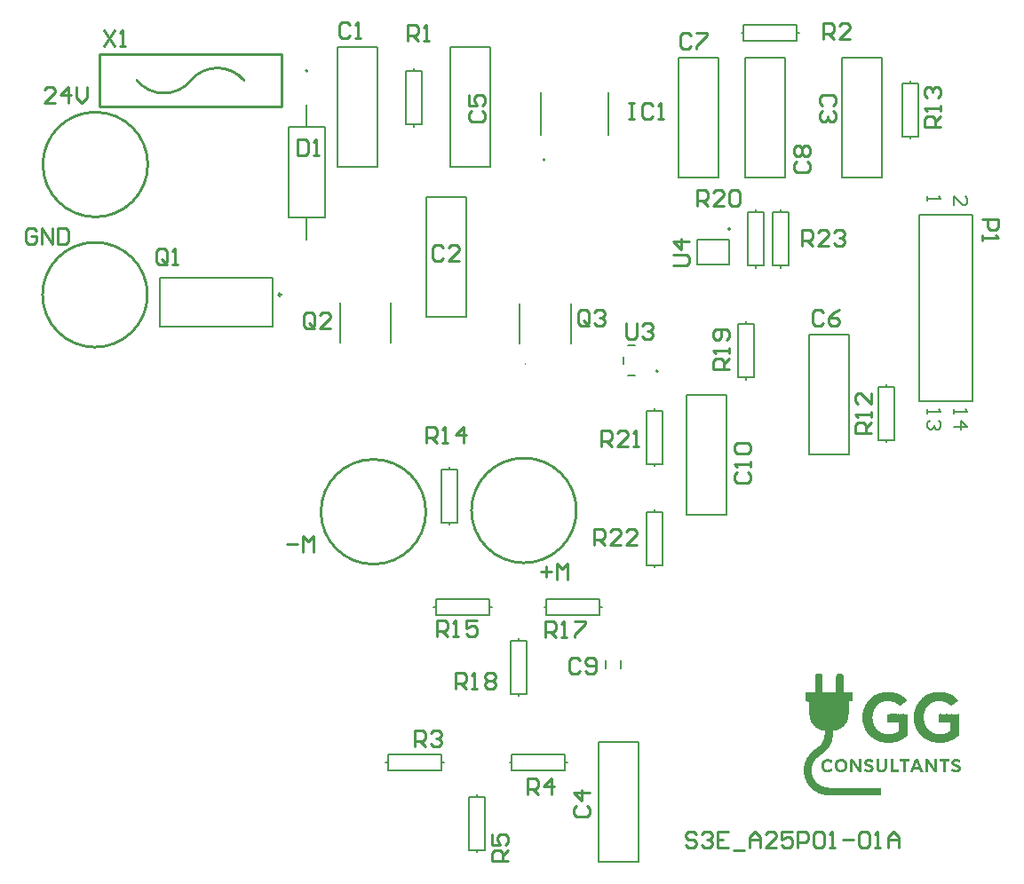
<source format=gto>
G04*
G04 #@! TF.GenerationSoftware,Altium Limited,Altium Designer,25.3.3 (18)*
G04*
G04 Layer_Color=65535*
%FSLAX26Y26*%
%MOIN*%
G70*
G04*
G04 #@! TF.SameCoordinates,14895927-405C-4533-9FDA-7E114B43C09E*
G04*
G04*
G04 #@! TF.FilePolarity,Positive*
G04*
G01*
G75*
%ADD10C,0.007874*%
%ADD11C,0.010000*%
%ADD12C,0.009842*%
%ADD13C,0.003937*%
%ADD14C,0.001968*%
%ADD15C,0.005000*%
%ADD16C,0.008000*%
G36*
X3094578Y782507D02*
X3097288D01*
Y781604D01*
X3099095D01*
Y780701D01*
X3099998D01*
Y779797D01*
X3100901D01*
Y778894D01*
X3101805D01*
Y777991D01*
X3102708D01*
Y776184D01*
X3103611D01*
Y774377D01*
X3104515D01*
Y712048D01*
X3132518D01*
Y712952D01*
X3135228D01*
Y712048D01*
X3137938D01*
Y710242D01*
X3138841D01*
Y680432D01*
X3137938D01*
Y679529D01*
X3137034D01*
Y678625D01*
X3136131D01*
Y677722D01*
X3124388D01*
Y627136D01*
X3123485D01*
Y619006D01*
X3122581D01*
Y614490D01*
X3121678D01*
Y610876D01*
X3120775D01*
Y608166D01*
X3119871D01*
Y605457D01*
X3118968D01*
Y603650D01*
X3118065D01*
Y601843D01*
X3117161D01*
Y600037D01*
X3116258D01*
Y598230D01*
X3115355D01*
Y597327D01*
X3114451D01*
Y595520D01*
X3113548D01*
Y593713D01*
X3112645D01*
Y592810D01*
X3111741D01*
Y591907D01*
X3110838D01*
Y591003D01*
X3109935D01*
Y589197D01*
X3109031D01*
Y588293D01*
X3108128D01*
Y587390D01*
X3107225D01*
Y586487D01*
X3106321D01*
Y585583D01*
X3105418D01*
Y584680D01*
X3104515D01*
Y583777D01*
X3103611D01*
Y582874D01*
X3102708D01*
Y581970D01*
X3101805D01*
Y581067D01*
X3099998D01*
Y580163D01*
X3099095D01*
Y579260D01*
X3098191D01*
Y578357D01*
X3096385D01*
Y577453D01*
X3095482D01*
Y576550D01*
X3093675D01*
Y575647D01*
X3091868D01*
Y574744D01*
X3090965D01*
Y573840D01*
X3088255D01*
Y572937D01*
X3086448D01*
Y572034D01*
X3083738D01*
Y571130D01*
X3081932D01*
Y570227D01*
X3079222D01*
Y569324D01*
X3075608D01*
Y568420D01*
X3070189D01*
Y567517D01*
X3065672D01*
Y566614D01*
X3064769D01*
Y563904D01*
X3065672D01*
Y562097D01*
X3064769D01*
Y546741D01*
X3063865D01*
Y540417D01*
X3062962D01*
Y536804D01*
X3062059D01*
Y533191D01*
X3061155D01*
Y529578D01*
X3060252D01*
Y526868D01*
X3059349D01*
Y524158D01*
X3058445D01*
Y522351D01*
X3057542D01*
Y519641D01*
X3056639D01*
Y517834D01*
X3055735D01*
Y516028D01*
X3054832D01*
Y514221D01*
X3053929D01*
Y512414D01*
X3053026D01*
Y511511D01*
X3052122D01*
Y509704D01*
X3051219D01*
Y507898D01*
X3050316D01*
Y506091D01*
X3049412D01*
Y505188D01*
X3048509D01*
Y504285D01*
X3047606D01*
Y502478D01*
X3046702D01*
Y501575D01*
X3045799D01*
Y500671D01*
X3044896D01*
Y498865D01*
X3043992D01*
Y497961D01*
X3043089D01*
Y497058D01*
X3042186D01*
Y496155D01*
X3041282D01*
Y495251D01*
X3040379D01*
Y494348D01*
X3039476D01*
Y493445D01*
X3038572D01*
Y492541D01*
X3037669D01*
Y491638D01*
X3036766D01*
Y490735D01*
X3035862D01*
Y489832D01*
X3034959D01*
Y488928D01*
X3034056D01*
Y488025D01*
X3033153D01*
Y487122D01*
X3032249D01*
Y486218D01*
X3031346D01*
Y485315D01*
X3030443D01*
Y484411D01*
X3029539D01*
Y483508D01*
X3027733D01*
Y482605D01*
X3026829D01*
Y481702D01*
X3025926D01*
Y480798D01*
X3024119D01*
Y479895D01*
X3023216D01*
Y478992D01*
X3022313D01*
Y478088D01*
X3020506D01*
Y477185D01*
X3019603D01*
Y476282D01*
X3018699D01*
Y475378D01*
X3016893D01*
Y474475D01*
X3015989D01*
Y473572D01*
X3014183D01*
Y472668D01*
X3013279D01*
Y471765D01*
X3012376D01*
Y470862D01*
X3010570D01*
Y469958D01*
X3009666D01*
Y469055D01*
X3008763D01*
Y468152D01*
X3007860D01*
Y467248D01*
X3006956D01*
Y466345D01*
X3005150D01*
Y465442D01*
X3004246D01*
Y464538D01*
X3003343D01*
Y463635D01*
X3002440D01*
Y462732D01*
X3001536D01*
Y461829D01*
X3000633D01*
Y460925D01*
X2999730D01*
Y459119D01*
X2998826D01*
Y458215D01*
X2997923D01*
Y457312D01*
X2997020D01*
Y456409D01*
X2996116D01*
Y454602D01*
X2995213D01*
Y453699D01*
X2994310D01*
Y451892D01*
X2993406D01*
Y450989D01*
X2992503D01*
Y449182D01*
X2991600D01*
Y447375D01*
X2990696D01*
Y445569D01*
X2989793D01*
Y443762D01*
X2988890D01*
Y441052D01*
X2987986D01*
Y439245D01*
X2987083D01*
Y436536D01*
X2986180D01*
Y432922D01*
X2985276D01*
Y426599D01*
X2984373D01*
Y411243D01*
X2985276D01*
Y404919D01*
X2986180D01*
Y401306D01*
X2987083D01*
Y397693D01*
X2987986D01*
Y395886D01*
X2988890D01*
Y393176D01*
X2989793D01*
Y391370D01*
X2990696D01*
Y389563D01*
X2991600D01*
Y387756D01*
X2992503D01*
Y385950D01*
X2993406D01*
Y385046D01*
X2994310D01*
Y383240D01*
X2995213D01*
Y382336D01*
X2996116D01*
Y380530D01*
X2997020D01*
Y379626D01*
X2997923D01*
Y378723D01*
X2998826D01*
Y376916D01*
X2999730D01*
Y376013D01*
X3000633D01*
Y375110D01*
X3001536D01*
Y374207D01*
X3002440D01*
Y373303D01*
X3003343D01*
Y372400D01*
X3004246D01*
Y371497D01*
X3005150D01*
Y370593D01*
X3006053D01*
Y369690D01*
X3006956D01*
Y368786D01*
X3007860D01*
Y367883D01*
X3009666D01*
Y366980D01*
X3010570D01*
Y366077D01*
X3012376D01*
Y365173D01*
X3013279D01*
Y364270D01*
X3015086D01*
Y363367D01*
X3015989D01*
Y362463D01*
X3017796D01*
Y361560D01*
X3019603D01*
Y360657D01*
X3021409D01*
Y359753D01*
X3023216D01*
Y358850D01*
X3025926D01*
Y357947D01*
X3028636D01*
Y357043D01*
X3031346D01*
Y356140D01*
X3034959D01*
Y355237D01*
X3039476D01*
Y354333D01*
X3048509D01*
Y353430D01*
X3245433D01*
Y324524D01*
X3044896D01*
Y325427D01*
X3035862D01*
Y326330D01*
X3031346D01*
Y327234D01*
X3027733D01*
Y328137D01*
X3025023D01*
Y329040D01*
X3022313D01*
Y329944D01*
X3019603D01*
Y330847D01*
X3016893D01*
Y331750D01*
X3014183D01*
Y332654D01*
X3012376D01*
Y333557D01*
X3009666D01*
Y334460D01*
X3008763D01*
Y335364D01*
X3006956D01*
Y336267D01*
X3005150D01*
Y337170D01*
X3003343D01*
Y338074D01*
X3001536D01*
Y338977D01*
X2999730D01*
Y339880D01*
X2998826D01*
Y340784D01*
X2997020D01*
Y341687D01*
X2995213D01*
Y342590D01*
X2994310D01*
Y343494D01*
X2993406D01*
Y344397D01*
X2991600D01*
Y345300D01*
X2990696D01*
Y346204D01*
X2989793D01*
Y347107D01*
X2988890D01*
Y348010D01*
X2987083D01*
Y348913D01*
X2986180D01*
Y349817D01*
X2985276D01*
Y350720D01*
X2984373D01*
Y351623D01*
X2983470D01*
Y352527D01*
X2982566D01*
Y353430D01*
X2981663D01*
Y354333D01*
X2980760D01*
Y355237D01*
X2979857D01*
Y356140D01*
X2978953D01*
Y357043D01*
X2978050D01*
Y357947D01*
X2977147D01*
Y358850D01*
X2976243D01*
Y360657D01*
X2975340D01*
Y361560D01*
X2974437D01*
Y362463D01*
X2973533D01*
Y363367D01*
X2972630D01*
Y365173D01*
X2971727D01*
Y366077D01*
X2970823D01*
Y366980D01*
X2969920D01*
Y368786D01*
X2969017D01*
Y370593D01*
X2968113D01*
Y371497D01*
X2967210D01*
Y373303D01*
X2966307D01*
Y375110D01*
X2965403D01*
Y376916D01*
X2964500D01*
Y378723D01*
X2963597D01*
Y380530D01*
X2962693D01*
Y383240D01*
X2961790D01*
Y385950D01*
X2960887D01*
Y387756D01*
X2959983D01*
Y390466D01*
X2959080D01*
Y394079D01*
X2958177D01*
Y398596D01*
X2957274D01*
Y403113D01*
X2956370D01*
Y411243D01*
X2955467D01*
Y422986D01*
X2956370D01*
Y433826D01*
X2957274D01*
Y439245D01*
X2958177D01*
Y442859D01*
X2959080D01*
Y446472D01*
X2959983D01*
Y449182D01*
X2960887D01*
Y450989D01*
X2961790D01*
Y453699D01*
X2962693D01*
Y455505D01*
X2963597D01*
Y458215D01*
X2964500D01*
Y460022D01*
X2965403D01*
Y461829D01*
X2966307D01*
Y463635D01*
X2967210D01*
Y465442D01*
X2968113D01*
Y466345D01*
X2969017D01*
Y468152D01*
X2969920D01*
Y469958D01*
X2970823D01*
Y470862D01*
X2971727D01*
Y472668D01*
X2972630D01*
Y473572D01*
X2973533D01*
Y474475D01*
X2974437D01*
Y476282D01*
X2975340D01*
Y477185D01*
X2976243D01*
Y478088D01*
X2977147D01*
Y478992D01*
X2978050D01*
Y480798D01*
X2978953D01*
Y481702D01*
X2979857D01*
Y482605D01*
X2980760D01*
Y483508D01*
X2981663D01*
Y484411D01*
X2982566D01*
Y485315D01*
X2983470D01*
Y486218D01*
X2984373D01*
Y487122D01*
X2985276D01*
Y488025D01*
X2986180D01*
Y488928D01*
X2987083D01*
Y489832D01*
X2988890D01*
Y490735D01*
X2989793D01*
Y491638D01*
X2990696D01*
Y492541D01*
X2991600D01*
Y493445D01*
X2992503D01*
Y494348D01*
X2994310D01*
Y495251D01*
X2995213D01*
Y496155D01*
X2996116D01*
Y497058D01*
X2997020D01*
Y497961D01*
X2998826D01*
Y498865D01*
X2999730D01*
Y499768D01*
X3001536D01*
Y500671D01*
X3002440D01*
Y501575D01*
X3003343D01*
Y502478D01*
X3005150D01*
Y503381D01*
X3006053D01*
Y504285D01*
X3006956D01*
Y505188D01*
X3008763D01*
Y506091D01*
X3009666D01*
Y506995D01*
X3010570D01*
Y507898D01*
X3012376D01*
Y508801D01*
X3013279D01*
Y509704D01*
X3014183D01*
Y510608D01*
X3015086D01*
Y511511D01*
X3015989D01*
Y512414D01*
X3016893D01*
Y513318D01*
X3017796D01*
Y514221D01*
X3018699D01*
Y515124D01*
X3019603D01*
Y516931D01*
X3020506D01*
Y517834D01*
X3021409D01*
Y518738D01*
X3022313D01*
Y520544D01*
X3023216D01*
Y521448D01*
X3024119D01*
Y523254D01*
X3025023D01*
Y525061D01*
X3025926D01*
Y525964D01*
X3026829D01*
Y528674D01*
X3027733D01*
Y530481D01*
X3028636D01*
Y532288D01*
X3029539D01*
Y534997D01*
X3030443D01*
Y537707D01*
X3031346D01*
Y541321D01*
X3032249D01*
Y544934D01*
X3033153D01*
Y550354D01*
X3034056D01*
Y567517D01*
X3029539D01*
Y568420D01*
X3025023D01*
Y569324D01*
X3021409D01*
Y570227D01*
X3017796D01*
Y571130D01*
X3015989D01*
Y572034D01*
X3013279D01*
Y572937D01*
X3011473D01*
Y573840D01*
X3009666D01*
Y574744D01*
X3007860D01*
Y575647D01*
X3006956D01*
Y576550D01*
X3005150D01*
Y577453D01*
X3003343D01*
Y578357D01*
X3002440D01*
Y579260D01*
X3001536D01*
Y580163D01*
X2999730D01*
Y581067D01*
X2998826D01*
Y581970D01*
X2997923D01*
Y582874D01*
X2997020D01*
Y583777D01*
X2996116D01*
Y584680D01*
X2995213D01*
Y585583D01*
X2994310D01*
Y586487D01*
X2993406D01*
Y587390D01*
X2992503D01*
Y588293D01*
X2991600D01*
Y589197D01*
X2990696D01*
Y591003D01*
X2989793D01*
Y591907D01*
X2988890D01*
Y592810D01*
X2987986D01*
Y594617D01*
X2987083D01*
Y595520D01*
X2986180D01*
Y597327D01*
X2985276D01*
Y598230D01*
X2984373D01*
Y600037D01*
X2983470D01*
Y601843D01*
X2982566D01*
Y603650D01*
X2981663D01*
Y606360D01*
X2980760D01*
Y609070D01*
X2979857D01*
Y610876D01*
X2978953D01*
Y614490D01*
X2978050D01*
Y618103D01*
X2977147D01*
Y625330D01*
X2976243D01*
Y677722D01*
X2975340D01*
Y676819D01*
X2974437D01*
Y677722D01*
X2973533D01*
Y676819D01*
X2969017D01*
Y677722D01*
X2964500D01*
Y678625D01*
X2962693D01*
Y680432D01*
X2961790D01*
Y710242D01*
X2962693D01*
Y711145D01*
X2963597D01*
Y712048D01*
X2997923D01*
Y776184D01*
X2998826D01*
Y777087D01*
X2999730D01*
Y778894D01*
X3000633D01*
Y779797D01*
X3001536D01*
Y780701D01*
X3003343D01*
Y781604D01*
X3004246D01*
Y782507D01*
X3006956D01*
Y783411D01*
X3015989D01*
Y782507D01*
X3018699D01*
Y781604D01*
X3019603D01*
Y780701D01*
X3021409D01*
Y779797D01*
X3022313D01*
Y777991D01*
X3023216D01*
Y777087D01*
X3024119D01*
Y774377D01*
X3025023D01*
Y712048D01*
X3076512D01*
Y773474D01*
X3077415D01*
Y776184D01*
X3078318D01*
Y777991D01*
X3079222D01*
Y778894D01*
X3080125D01*
Y779797D01*
X3081028D01*
Y780701D01*
X3082835D01*
Y781604D01*
X3083738D01*
Y782507D01*
X3086448D01*
Y783411D01*
X3094578D01*
Y782507D01*
D02*
G37*
G36*
X3284276Y712048D02*
X3290599D01*
Y711145D01*
X3295115D01*
Y710242D01*
X3298729D01*
Y709338D01*
X3301439D01*
Y708435D01*
X3304149D01*
Y707532D01*
X3306858D01*
Y706628D01*
X3309568D01*
Y705725D01*
X3311375D01*
Y704822D01*
X3314085D01*
Y703918D01*
X3315892D01*
Y703015D01*
X3317698D01*
Y702112D01*
X3318602D01*
Y701208D01*
X3320408D01*
Y700305D01*
X3322215D01*
Y699402D01*
X3323118D01*
Y698499D01*
X3324925D01*
Y697595D01*
X3325828D01*
Y696692D01*
X3327635D01*
Y695788D01*
X3328538D01*
Y694885D01*
X3329441D01*
Y693982D01*
X3331248D01*
Y693078D01*
X3332151D01*
Y692175D01*
X3333055D01*
Y691272D01*
X3333958D01*
Y690369D01*
X3334861D01*
Y689465D01*
X3335765D01*
Y688562D01*
X3336668D01*
Y687659D01*
X3337571D01*
Y686755D01*
X3338475D01*
Y685852D01*
X3339378D01*
Y684949D01*
X3340281D01*
Y684045D01*
X3341185D01*
Y683142D01*
X3342088D01*
Y681335D01*
X3342991D01*
Y679529D01*
X3342088D01*
Y678625D01*
X3340281D01*
Y677722D01*
X3339378D01*
Y676819D01*
X3338475D01*
Y675915D01*
X3336668D01*
Y675012D01*
X3335765D01*
Y674109D01*
X3334861D01*
Y673206D01*
X3333055D01*
Y672302D01*
X3332151D01*
Y671399D01*
X3331248D01*
Y670495D01*
X3329441D01*
Y669592D01*
X3328538D01*
Y668689D01*
X3327635D01*
Y667786D01*
X3325828D01*
Y666882D01*
X3324925D01*
Y665979D01*
X3324022D01*
Y665076D01*
X3322215D01*
Y664172D01*
X3321312D01*
Y663269D01*
X3320408D01*
Y662366D01*
X3318602D01*
Y661462D01*
X3317698D01*
Y660559D01*
X3314988D01*
Y661462D01*
X3314085D01*
Y662366D01*
X3313182D01*
Y663269D01*
X3312278D01*
Y664172D01*
X3310472D01*
Y665076D01*
X3309568D01*
Y665979D01*
X3308665D01*
Y666882D01*
X3307762D01*
Y667786D01*
X3305955D01*
Y668689D01*
X3305052D01*
Y669592D01*
X3303245D01*
Y670495D01*
X3302342D01*
Y671399D01*
X3300535D01*
Y672302D01*
X3298729D01*
Y673206D01*
X3296922D01*
Y674109D01*
X3295115D01*
Y675012D01*
X3292405D01*
Y675915D01*
X3289695D01*
Y676819D01*
X3286082D01*
Y677722D01*
X3281566D01*
Y678625D01*
X3274339D01*
Y679529D01*
X3267112D01*
Y678625D01*
X3259886D01*
Y677722D01*
X3256273D01*
Y676819D01*
X3252659D01*
Y675915D01*
X3249949D01*
Y675012D01*
X3248143D01*
Y674109D01*
X3246336D01*
Y673206D01*
X3244529D01*
Y672302D01*
X3242723D01*
Y671399D01*
X3240916D01*
Y670495D01*
X3240013D01*
Y669592D01*
X3238206D01*
Y668689D01*
X3237303D01*
Y667786D01*
X3236400D01*
Y666882D01*
X3235496D01*
Y665979D01*
X3233690D01*
Y665076D01*
X3232786D01*
Y664172D01*
X3231883D01*
Y663269D01*
X3230980D01*
Y662366D01*
X3230076D01*
Y661462D01*
X3229173D01*
Y660559D01*
X3228270D01*
Y659656D01*
X3227366D01*
Y657849D01*
X3226463D01*
Y656946D01*
X3225560D01*
Y656042D01*
X3224656D01*
Y654236D01*
X3223753D01*
Y653332D01*
X3222850D01*
Y651526D01*
X3221946D01*
Y649719D01*
X3221043D01*
Y647913D01*
X3220140D01*
Y646106D01*
X3219236D01*
Y644299D01*
X3218333D01*
Y642493D01*
X3217430D01*
Y639783D01*
X3216526D01*
Y637073D01*
X3215623D01*
Y633459D01*
X3214720D01*
Y628943D01*
X3213816D01*
Y620813D01*
X3212913D01*
Y615393D01*
X3213816D01*
Y614490D01*
X3212913D01*
Y613586D01*
X3213816D01*
Y604553D01*
X3214720D01*
Y600037D01*
X3215623D01*
Y596423D01*
X3216526D01*
Y593713D01*
X3217430D01*
Y591003D01*
X3218333D01*
Y589197D01*
X3219236D01*
Y587390D01*
X3220140D01*
Y585583D01*
X3221043D01*
Y583777D01*
X3221946D01*
Y582874D01*
X3222850D01*
Y581067D01*
X3223753D01*
Y579260D01*
X3224656D01*
Y578357D01*
X3225560D01*
Y577453D01*
X3226463D01*
Y575647D01*
X3227366D01*
Y574744D01*
X3228270D01*
Y573840D01*
X3229173D01*
Y572937D01*
X3230076D01*
Y572034D01*
X3230980D01*
Y571130D01*
X3231883D01*
Y570227D01*
X3232786D01*
Y569324D01*
X3233690D01*
Y568420D01*
X3234593D01*
Y567517D01*
X3236400D01*
Y566614D01*
X3237303D01*
Y565710D01*
X3238206D01*
Y564807D01*
X3240013D01*
Y563904D01*
X3240916D01*
Y563000D01*
X3242723D01*
Y562097D01*
X3244529D01*
Y561194D01*
X3246336D01*
Y560290D01*
X3248143D01*
Y559387D01*
X3249949D01*
Y558484D01*
X3252659D01*
Y557581D01*
X3256273D01*
Y556677D01*
X3258983D01*
Y555774D01*
X3264403D01*
Y554870D01*
X3281566D01*
Y555774D01*
X3286985D01*
Y556677D01*
X3290599D01*
Y557581D01*
X3294212D01*
Y558484D01*
X3296922D01*
Y559387D01*
X3299632D01*
Y560290D01*
X3301439D01*
Y561194D01*
X3303245D01*
Y562097D01*
X3305052D01*
Y563000D01*
X3306858D01*
Y563904D01*
X3307762D01*
Y564807D01*
X3309568D01*
Y565710D01*
X3310472D01*
Y566614D01*
X3312278D01*
Y578357D01*
X3313182D01*
Y597327D01*
X3312278D01*
Y598230D01*
X3269822D01*
Y629846D01*
X3270726D01*
Y630749D01*
X3271629D01*
Y629846D01*
X3277952D01*
Y630749D01*
X3280662D01*
Y629846D01*
X3281566D01*
Y630749D01*
X3282469D01*
Y629846D01*
X3283372D01*
Y630749D01*
X3290599D01*
Y629846D01*
X3293309D01*
Y630749D01*
X3302342D01*
Y629846D01*
X3303245D01*
Y630749D01*
X3304149D01*
Y629846D01*
X3305052D01*
Y630749D01*
X3305955D01*
Y629846D01*
X3307762D01*
Y630749D01*
X3310472D01*
Y629846D01*
X3311375D01*
Y630749D01*
X3313182D01*
Y629846D01*
X3314085D01*
Y630749D01*
X3316795D01*
Y629846D01*
X3319505D01*
Y630749D01*
X3320408D01*
Y629846D01*
X3321312D01*
Y630749D01*
X3323118D01*
Y629846D01*
X3324022D01*
Y630749D01*
X3330345D01*
Y629846D01*
X3343895D01*
Y630749D01*
X3345701D01*
Y629846D01*
X3346605D01*
Y552161D01*
X3345701D01*
Y550354D01*
X3344798D01*
Y549451D01*
X3342991D01*
Y548547D01*
X3342088D01*
Y547644D01*
X3341185D01*
Y546741D01*
X3340281D01*
Y545837D01*
X3339378D01*
Y544934D01*
X3338475D01*
Y544031D01*
X3337571D01*
Y543127D01*
X3336668D01*
Y542224D01*
X3334861D01*
Y541321D01*
X3333958D01*
Y540417D01*
X3332151D01*
Y539514D01*
X3331248D01*
Y538611D01*
X3329441D01*
Y537707D01*
X3328538D01*
Y536804D01*
X3326732D01*
Y535901D01*
X3325828D01*
Y534997D01*
X3324022D01*
Y534094D01*
X3322215D01*
Y533191D01*
X3320408D01*
Y532288D01*
X3318602D01*
Y531384D01*
X3316795D01*
Y530481D01*
X3314085D01*
Y529578D01*
X3312278D01*
Y528674D01*
X3309568D01*
Y527771D01*
X3306858D01*
Y526868D01*
X3304149D01*
Y525964D01*
X3300535D01*
Y525061D01*
X3296019D01*
Y524158D01*
X3291502D01*
Y523254D01*
X3284276D01*
Y522351D01*
X3261693D01*
Y523254D01*
X3254466D01*
Y524158D01*
X3249949D01*
Y525061D01*
X3245433D01*
Y525964D01*
X3242723D01*
Y526868D01*
X3239110D01*
Y527771D01*
X3237303D01*
Y528674D01*
X3234593D01*
Y529578D01*
X3232786D01*
Y530481D01*
X3230076D01*
Y531384D01*
X3228270D01*
Y532288D01*
X3226463D01*
Y533191D01*
X3224656D01*
Y534094D01*
X3222850D01*
Y534997D01*
X3221043D01*
Y535901D01*
X3219236D01*
Y536804D01*
X3218333D01*
Y537707D01*
X3216526D01*
Y538611D01*
X3215623D01*
Y539514D01*
X3213816D01*
Y540417D01*
X3212913D01*
Y541321D01*
X3212010D01*
Y542224D01*
X3211107D01*
Y543127D01*
X3209300D01*
Y544031D01*
X3208397D01*
Y544934D01*
X3207493D01*
Y545837D01*
X3205687D01*
Y546741D01*
X3204783D01*
Y547644D01*
X3203880D01*
Y548547D01*
X3202977D01*
Y549451D01*
X3202073D01*
Y550354D01*
X3201170D01*
Y552161D01*
X3200267D01*
Y553064D01*
X3199363D01*
Y553967D01*
X3198460D01*
Y554870D01*
X3197557D01*
Y555774D01*
X3196653D01*
Y556677D01*
X3195750D01*
Y557581D01*
X3194847D01*
Y559387D01*
X3193943D01*
Y560290D01*
X3193040D01*
Y562097D01*
X3192137D01*
Y563000D01*
X3191233D01*
Y563904D01*
X3190330D01*
Y565710D01*
X3189427D01*
Y567517D01*
X3188524D01*
Y568420D01*
X3187620D01*
Y570227D01*
X3186717D01*
Y572034D01*
X3185814D01*
Y573840D01*
X3184910D01*
Y575647D01*
X3184007D01*
Y577453D01*
X3183104D01*
Y580163D01*
X3182200D01*
Y582874D01*
X3181297D01*
Y584680D01*
X3180394D01*
Y588293D01*
X3179490D01*
Y591003D01*
X3178587D01*
Y594617D01*
X3177684D01*
Y599133D01*
X3176780D01*
Y604553D01*
X3175877D01*
Y629846D01*
X3176780D01*
Y636169D01*
X3177684D01*
Y640686D01*
X3178587D01*
Y644299D01*
X3179490D01*
Y647009D01*
X3180394D01*
Y649719D01*
X3181297D01*
Y652429D01*
X3182200D01*
Y654236D01*
X3183104D01*
Y656946D01*
X3184007D01*
Y658752D01*
X3184910D01*
Y660559D01*
X3185814D01*
Y662366D01*
X3186717D01*
Y664172D01*
X3187620D01*
Y665979D01*
X3188524D01*
Y666882D01*
X3189427D01*
Y668689D01*
X3190330D01*
Y670495D01*
X3191233D01*
Y671399D01*
X3192137D01*
Y673206D01*
X3193040D01*
Y674109D01*
X3193943D01*
Y675012D01*
X3194847D01*
Y676819D01*
X3195750D01*
Y677722D01*
X3196653D01*
Y678625D01*
X3197557D01*
Y680432D01*
X3198460D01*
Y681335D01*
X3199363D01*
Y682239D01*
X3200267D01*
Y683142D01*
X3201170D01*
Y684045D01*
X3202073D01*
Y684949D01*
X3202977D01*
Y685852D01*
X3203880D01*
Y686755D01*
X3204783D01*
Y687659D01*
X3205687D01*
Y688562D01*
X3206590D01*
Y689465D01*
X3207493D01*
Y690369D01*
X3208397D01*
Y691272D01*
X3209300D01*
Y692175D01*
X3210203D01*
Y693078D01*
X3212010D01*
Y693982D01*
X3212913D01*
Y694885D01*
X3213816D01*
Y695788D01*
X3215623D01*
Y696692D01*
X3216526D01*
Y697595D01*
X3217430D01*
Y698499D01*
X3219236D01*
Y699402D01*
X3220140D01*
Y700305D01*
X3221946D01*
Y701208D01*
X3223753D01*
Y702112D01*
X3225560D01*
Y703015D01*
X3227366D01*
Y703918D01*
X3229173D01*
Y704822D01*
X3230980D01*
Y705725D01*
X3232786D01*
Y706628D01*
X3235496D01*
Y707532D01*
X3238206D01*
Y708435D01*
X3240916D01*
Y709338D01*
X3243626D01*
Y710242D01*
X3247239D01*
Y711145D01*
X3250853D01*
Y712048D01*
X3258079D01*
Y712952D01*
X3284276D01*
Y712048D01*
D02*
G37*
G36*
X3476683D02*
X3483006D01*
Y711145D01*
X3487523D01*
Y710242D01*
X3490233D01*
Y709338D01*
X3493846D01*
Y708435D01*
X3496556D01*
Y707532D01*
X3498362D01*
Y706628D01*
X3501072D01*
Y705725D01*
X3502879D01*
Y704822D01*
X3505589D01*
Y703918D01*
X3507396D01*
Y703015D01*
X3509202D01*
Y702112D01*
X3510106D01*
Y701208D01*
X3511912D01*
Y700305D01*
X3513719D01*
Y699402D01*
X3514622D01*
Y698499D01*
X3516429D01*
Y697595D01*
X3517332D01*
Y696692D01*
X3519139D01*
Y695788D01*
X3520042D01*
Y694885D01*
X3520945D01*
Y693982D01*
X3522752D01*
Y693078D01*
X3523655D01*
Y692175D01*
X3524559D01*
Y691272D01*
X3525462D01*
Y690369D01*
X3526365D01*
Y689465D01*
X3527269D01*
Y688562D01*
X3528172D01*
Y687659D01*
X3529075D01*
Y686755D01*
X3529979D01*
Y685852D01*
X3530882D01*
Y684949D01*
X3531785D01*
Y684045D01*
X3532689D01*
Y683142D01*
X3533592D01*
Y681335D01*
X3534495D01*
Y679529D01*
X3532689D01*
Y678625D01*
X3531785D01*
Y677722D01*
X3530882D01*
Y676819D01*
X3529075D01*
Y675915D01*
X3528172D01*
Y675012D01*
X3527269D01*
Y674109D01*
X3526365D01*
Y673206D01*
X3524559D01*
Y672302D01*
X3523655D01*
Y671399D01*
X3522752D01*
Y670495D01*
X3520945D01*
Y669592D01*
X3520042D01*
Y668689D01*
X3519139D01*
Y667786D01*
X3517332D01*
Y666882D01*
X3516429D01*
Y665979D01*
X3515526D01*
Y665076D01*
X3513719D01*
Y664172D01*
X3512816D01*
Y663269D01*
X3511912D01*
Y662366D01*
X3511009D01*
Y661462D01*
X3509202D01*
Y660559D01*
X3508299D01*
Y659656D01*
X3507396D01*
Y660559D01*
X3505589D01*
Y662366D01*
X3504686D01*
Y663269D01*
X3503782D01*
Y664172D01*
X3502879D01*
Y665076D01*
X3501976D01*
Y665979D01*
X3500169D01*
Y666882D01*
X3499266D01*
Y667786D01*
X3498362D01*
Y668689D01*
X3496556D01*
Y669592D01*
X3495653D01*
Y670495D01*
X3493846D01*
Y671399D01*
X3492039D01*
Y672302D01*
X3490233D01*
Y673206D01*
X3488426D01*
Y674109D01*
X3486619D01*
Y675012D01*
X3484813D01*
Y675915D01*
X3482103D01*
Y676819D01*
X3478489D01*
Y677722D01*
X3474876D01*
Y678625D01*
X3464036D01*
Y679529D01*
X3461326D01*
Y678625D01*
X3451390D01*
Y677722D01*
X3447776D01*
Y676819D01*
X3445066D01*
Y675915D01*
X3442357D01*
Y675012D01*
X3440550D01*
Y674109D01*
X3438743D01*
Y673206D01*
X3436937D01*
Y672302D01*
X3435130D01*
Y671399D01*
X3433323D01*
Y670495D01*
X3431517D01*
Y669592D01*
X3430613D01*
Y668689D01*
X3429710D01*
Y667786D01*
X3427903D01*
Y666882D01*
X3427000D01*
Y665979D01*
X3426097D01*
Y665076D01*
X3425193D01*
Y664172D01*
X3424290D01*
Y663269D01*
X3423387D01*
Y662366D01*
X3422483D01*
Y661462D01*
X3421580D01*
Y660559D01*
X3420677D01*
Y659656D01*
X3419774D01*
Y658752D01*
X3418870D01*
Y657849D01*
X3417967D01*
Y656042D01*
X3417064D01*
Y655139D01*
X3416160D01*
Y654236D01*
X3415257D01*
Y652429D01*
X3414354D01*
Y650622D01*
X3413450D01*
Y649719D01*
X3412547D01*
Y647913D01*
X3411644D01*
Y645203D01*
X3410740D01*
Y643396D01*
X3409837D01*
Y641589D01*
X3408934D01*
Y637976D01*
X3408030D01*
Y635266D01*
X3407127D01*
Y631653D01*
X3406224D01*
Y626233D01*
X3405320D01*
Y610876D01*
X3406224D01*
Y604553D01*
X3407127D01*
Y600037D01*
X3408030D01*
Y596423D01*
X3408934D01*
Y593713D01*
X3409837D01*
Y591907D01*
X3410740D01*
Y589197D01*
X3411644D01*
Y587390D01*
X3412547D01*
Y585583D01*
X3413450D01*
Y584680D01*
X3414354D01*
Y582874D01*
X3415257D01*
Y581067D01*
X3416160D01*
Y580163D01*
X3417064D01*
Y578357D01*
X3417967D01*
Y577453D01*
X3418870D01*
Y576550D01*
X3419774D01*
Y575647D01*
X3420677D01*
Y574744D01*
X3421580D01*
Y572937D01*
X3422483D01*
Y572034D01*
X3423387D01*
Y571130D01*
X3424290D01*
Y570227D01*
X3426097D01*
Y569324D01*
X3427000D01*
Y568420D01*
X3427903D01*
Y567517D01*
X3428807D01*
Y566614D01*
X3429710D01*
Y565710D01*
X3431517D01*
Y564807D01*
X3432420D01*
Y563904D01*
X3434227D01*
Y563000D01*
X3436033D01*
Y562097D01*
X3436937D01*
Y561194D01*
X3438743D01*
Y560290D01*
X3441453D01*
Y559387D01*
X3443260D01*
Y558484D01*
X3445970D01*
Y557581D01*
X3449583D01*
Y556677D01*
X3452293D01*
Y555774D01*
X3456810D01*
Y554870D01*
X3474876D01*
Y555774D01*
X3481199D01*
Y556677D01*
X3484813D01*
Y557581D01*
X3487523D01*
Y558484D01*
X3490233D01*
Y559387D01*
X3492039D01*
Y560290D01*
X3493846D01*
Y561194D01*
X3496556D01*
Y562097D01*
X3497459D01*
Y563000D01*
X3499266D01*
Y563904D01*
X3501072D01*
Y564807D01*
X3501976D01*
Y565710D01*
X3502879D01*
Y566614D01*
X3504686D01*
Y598230D01*
X3461326D01*
Y629846D01*
X3464036D01*
Y630749D01*
X3471263D01*
Y629846D01*
X3478489D01*
Y630749D01*
X3479393D01*
Y629846D01*
X3480296D01*
Y630749D01*
X3483006D01*
Y629846D01*
X3485716D01*
Y630749D01*
X3486619D01*
Y629846D01*
X3487523D01*
Y630749D01*
X3490233D01*
Y629846D01*
X3492943D01*
Y630749D01*
X3493846D01*
Y629846D01*
X3494749D01*
Y630749D01*
X3496556D01*
Y629846D01*
X3501976D01*
Y630749D01*
X3502879D01*
Y629846D01*
X3507396D01*
Y630749D01*
X3512816D01*
Y629846D01*
X3513719D01*
Y630749D01*
X3515526D01*
Y629846D01*
X3521849D01*
Y630749D01*
X3522752D01*
Y629846D01*
X3536302D01*
Y630749D01*
X3538108D01*
Y629846D01*
X3539012D01*
Y578357D01*
X3539915D01*
Y576550D01*
X3539012D01*
Y575647D01*
X3539915D01*
Y573840D01*
X3539012D01*
Y551257D01*
X3538108D01*
Y550354D01*
X3537205D01*
Y549451D01*
X3536302D01*
Y548547D01*
X3535399D01*
Y547644D01*
X3534495D01*
Y546741D01*
X3533592D01*
Y545837D01*
X3531785D01*
Y544934D01*
X3530882D01*
Y544031D01*
X3529979D01*
Y543127D01*
X3529075D01*
Y542224D01*
X3527269D01*
Y541321D01*
X3526365D01*
Y540417D01*
X3525462D01*
Y539514D01*
X3523655D01*
Y538611D01*
X3522752D01*
Y537707D01*
X3520945D01*
Y536804D01*
X3519139D01*
Y535901D01*
X3517332D01*
Y534997D01*
X3516429D01*
Y534094D01*
X3514622D01*
Y533191D01*
X3512816D01*
Y532288D01*
X3511009D01*
Y531384D01*
X3508299D01*
Y530481D01*
X3506492D01*
Y529578D01*
X3504686D01*
Y528674D01*
X3501976D01*
Y527771D01*
X3499266D01*
Y526868D01*
X3495653D01*
Y525964D01*
X3492943D01*
Y525061D01*
X3489329D01*
Y524158D01*
X3483909D01*
Y523254D01*
X3477586D01*
Y522351D01*
X3454100D01*
Y523254D01*
X3446873D01*
Y524158D01*
X3441453D01*
Y525061D01*
X3438743D01*
Y525964D01*
X3435130D01*
Y526868D01*
X3431517D01*
Y527771D01*
X3429710D01*
Y528674D01*
X3427000D01*
Y529578D01*
X3424290D01*
Y530481D01*
X3422483D01*
Y531384D01*
X3420677D01*
Y532288D01*
X3418870D01*
Y533191D01*
X3417064D01*
Y534094D01*
X3415257D01*
Y534997D01*
X3413450D01*
Y535901D01*
X3411644D01*
Y536804D01*
X3410740D01*
Y537707D01*
X3408934D01*
Y538611D01*
X3408030D01*
Y539514D01*
X3406224D01*
Y540417D01*
X3405320D01*
Y541321D01*
X3403514D01*
Y542224D01*
X3402610D01*
Y543127D01*
X3401707D01*
Y544031D01*
X3399901D01*
Y544934D01*
X3398997D01*
Y545837D01*
X3398094D01*
Y546741D01*
X3397191D01*
Y547644D01*
X3396287D01*
Y548547D01*
X3395384D01*
Y549451D01*
X3394481D01*
Y550354D01*
X3393577D01*
Y551257D01*
X3392674D01*
Y552161D01*
X3391771D01*
Y553064D01*
X3390867D01*
Y553967D01*
X3389964D01*
Y555774D01*
X3389061D01*
Y556677D01*
X3388157D01*
Y557581D01*
X3387254D01*
Y558484D01*
X3386351D01*
Y560290D01*
X3385447D01*
Y561194D01*
X3384544D01*
Y563000D01*
X3383641D01*
Y563904D01*
X3382737D01*
Y565710D01*
X3381834D01*
Y567517D01*
X3380931D01*
Y568420D01*
X3380028D01*
Y570227D01*
X3379124D01*
Y572034D01*
X3378221D01*
Y573840D01*
X3377318D01*
Y575647D01*
X3376414D01*
Y577453D01*
X3375511D01*
Y580163D01*
X3374608D01*
Y582874D01*
X3373704D01*
Y584680D01*
X3372801D01*
Y588293D01*
X3371898D01*
Y591003D01*
X3370994D01*
Y595520D01*
X3370091D01*
Y599133D01*
X3369188D01*
Y606360D01*
X3368284D01*
Y628039D01*
X3369188D01*
Y634363D01*
X3370091D01*
Y638879D01*
X3370994D01*
Y643396D01*
X3371898D01*
Y646106D01*
X3372801D01*
Y648816D01*
X3373704D01*
Y651526D01*
X3374608D01*
Y654236D01*
X3375511D01*
Y656042D01*
X3376414D01*
Y658752D01*
X3377318D01*
Y660559D01*
X3378221D01*
Y662366D01*
X3379124D01*
Y664172D01*
X3380028D01*
Y665076D01*
X3380931D01*
Y666882D01*
X3381834D01*
Y668689D01*
X3382737D01*
Y669592D01*
X3383641D01*
Y671399D01*
X3384544D01*
Y672302D01*
X3385447D01*
Y674109D01*
X3386351D01*
Y675012D01*
X3387254D01*
Y676819D01*
X3388157D01*
Y677722D01*
X3389061D01*
Y678625D01*
X3389964D01*
Y679529D01*
X3390867D01*
Y680432D01*
X3391771D01*
Y682239D01*
X3392674D01*
Y683142D01*
X3393577D01*
Y684045D01*
X3394481D01*
Y684949D01*
X3395384D01*
Y685852D01*
X3396287D01*
Y686755D01*
X3397191D01*
Y687659D01*
X3398094D01*
Y688562D01*
X3398997D01*
Y689465D01*
X3399901D01*
Y690369D01*
X3400804D01*
Y691272D01*
X3402610D01*
Y692175D01*
X3403514D01*
Y693078D01*
X3404417D01*
Y693982D01*
X3405320D01*
Y694885D01*
X3407127D01*
Y695788D01*
X3408030D01*
Y696692D01*
X3409837D01*
Y697595D01*
X3410740D01*
Y698499D01*
X3412547D01*
Y699402D01*
X3413450D01*
Y700305D01*
X3415257D01*
Y701208D01*
X3417064D01*
Y702112D01*
X3417967D01*
Y703015D01*
X3419774D01*
Y703918D01*
X3421580D01*
Y704822D01*
X3423387D01*
Y705725D01*
X3426097D01*
Y706628D01*
X3427903D01*
Y707532D01*
X3430613D01*
Y708435D01*
X3433323D01*
Y709338D01*
X3436033D01*
Y710242D01*
X3439647D01*
Y711145D01*
X3444163D01*
Y712048D01*
X3450486D01*
Y712952D01*
X3476683D01*
Y712048D01*
D02*
G37*
G36*
X3530882Y460925D02*
X3534495D01*
Y460022D01*
X3537205D01*
Y459119D01*
X3539012D01*
Y458215D01*
X3539915D01*
Y457312D01*
X3541722D01*
Y456409D01*
X3542625D01*
Y453699D01*
X3541722D01*
Y450989D01*
X3540818D01*
Y449182D01*
X3539915D01*
Y448279D01*
X3539012D01*
Y447375D01*
X3537205D01*
Y448279D01*
X3536302D01*
Y449182D01*
X3535399D01*
Y450085D01*
X3533592D01*
Y450989D01*
X3531785D01*
Y451892D01*
X3528172D01*
Y452795D01*
X3524559D01*
Y451892D01*
X3521849D01*
Y450989D01*
X3520945D01*
Y450085D01*
X3520042D01*
Y445569D01*
X3520945D01*
Y444665D01*
X3521849D01*
Y443762D01*
X3522752D01*
Y442859D01*
X3525462D01*
Y441955D01*
X3528172D01*
Y441052D01*
X3530882D01*
Y440149D01*
X3533592D01*
Y439245D01*
X3536302D01*
Y438342D01*
X3537205D01*
Y437439D01*
X3539012D01*
Y436536D01*
X3539915D01*
Y435632D01*
X3540818D01*
Y434729D01*
X3541722D01*
Y433826D01*
X3542625D01*
Y432922D01*
X3543528D01*
Y430212D01*
X3544432D01*
Y422082D01*
X3543528D01*
Y419373D01*
X3542625D01*
Y417566D01*
X3541722D01*
Y416663D01*
X3540818D01*
Y415759D01*
X3539915D01*
Y414856D01*
X3539012D01*
Y413953D01*
X3537205D01*
Y413049D01*
X3536302D01*
Y412146D01*
X3533592D01*
Y411243D01*
X3520042D01*
Y412146D01*
X3517332D01*
Y413049D01*
X3515526D01*
Y413953D01*
X3512816D01*
Y414856D01*
X3511912D01*
Y415759D01*
X3510106D01*
Y416663D01*
X3509202D01*
Y417566D01*
X3508299D01*
Y419373D01*
X3509202D01*
Y420276D01*
X3510106D01*
Y422082D01*
X3511009D01*
Y422986D01*
X3511912D01*
Y424792D01*
X3512816D01*
Y425696D01*
X3513719D01*
Y424792D01*
X3515526D01*
Y423889D01*
X3516429D01*
Y422986D01*
X3518235D01*
Y422082D01*
X3520945D01*
Y421179D01*
X3523655D01*
Y420276D01*
X3529979D01*
Y421179D01*
X3531785D01*
Y422082D01*
X3533592D01*
Y423889D01*
X3534495D01*
Y427502D01*
X3533592D01*
Y428406D01*
X3532689D01*
Y429309D01*
X3531785D01*
Y430212D01*
X3529075D01*
Y431116D01*
X3526365D01*
Y432019D01*
X3523655D01*
Y432922D01*
X3520945D01*
Y433826D01*
X3519139D01*
Y434729D01*
X3517332D01*
Y435632D01*
X3515526D01*
Y436536D01*
X3514622D01*
Y437439D01*
X3513719D01*
Y438342D01*
X3512816D01*
Y439245D01*
X3511912D01*
Y440149D01*
X3511009D01*
Y442859D01*
X3510106D01*
Y451892D01*
X3511009D01*
Y453699D01*
X3511912D01*
Y455505D01*
X3512816D01*
Y456409D01*
X3513719D01*
Y457312D01*
X3514622D01*
Y458215D01*
X3515526D01*
Y459119D01*
X3517332D01*
Y460022D01*
X3519139D01*
Y460925D01*
X3523655D01*
Y461829D01*
X3530882D01*
Y460925D01*
D02*
G37*
G36*
X3203880D02*
X3207493D01*
Y460022D01*
X3210203D01*
Y459119D01*
X3212010D01*
Y458215D01*
X3212913D01*
Y457312D01*
X3214720D01*
Y455505D01*
X3215623D01*
Y454602D01*
X3214720D01*
Y451892D01*
X3213816D01*
Y450085D01*
X3212913D01*
Y448279D01*
X3212010D01*
Y447375D01*
X3210203D01*
Y448279D01*
X3209300D01*
Y449182D01*
X3208397D01*
Y450085D01*
X3206590D01*
Y450989D01*
X3204783D01*
Y451892D01*
X3201170D01*
Y452795D01*
X3197557D01*
Y451892D01*
X3194847D01*
Y450989D01*
X3193943D01*
Y450085D01*
X3193040D01*
Y449182D01*
X3192137D01*
Y445569D01*
X3193040D01*
Y444665D01*
X3193943D01*
Y443762D01*
X3195750D01*
Y442859D01*
X3198460D01*
Y441955D01*
X3201170D01*
Y441052D01*
X3203880D01*
Y440149D01*
X3206590D01*
Y439245D01*
X3209300D01*
Y438342D01*
X3211107D01*
Y437439D01*
X3212010D01*
Y436536D01*
X3212913D01*
Y435632D01*
X3213816D01*
Y434729D01*
X3214720D01*
Y433826D01*
X3215623D01*
Y432019D01*
X3216526D01*
Y430212D01*
X3217430D01*
Y422082D01*
X3216526D01*
Y419373D01*
X3215623D01*
Y417566D01*
X3214720D01*
Y416663D01*
X3213816D01*
Y415759D01*
X3212913D01*
Y414856D01*
X3212010D01*
Y413953D01*
X3210203D01*
Y413049D01*
X3208397D01*
Y412146D01*
X3206590D01*
Y411243D01*
X3192137D01*
Y412146D01*
X3190330D01*
Y413049D01*
X3187620D01*
Y413953D01*
X3186717D01*
Y414856D01*
X3184910D01*
Y415759D01*
X3184007D01*
Y416663D01*
X3182200D01*
Y420276D01*
X3183104D01*
Y422082D01*
X3184007D01*
Y422986D01*
X3184910D01*
Y424792D01*
X3185814D01*
Y425696D01*
X3186717D01*
Y424792D01*
X3187620D01*
Y423889D01*
X3189427D01*
Y422986D01*
X3191233D01*
Y422082D01*
X3193040D01*
Y421179D01*
X3196653D01*
Y420276D01*
X3202073D01*
Y421179D01*
X3204783D01*
Y422082D01*
X3206590D01*
Y423889D01*
X3207493D01*
Y428406D01*
X3206590D01*
Y429309D01*
X3204783D01*
Y430212D01*
X3202977D01*
Y431116D01*
X3199363D01*
Y432019D01*
X3196653D01*
Y432922D01*
X3193943D01*
Y433826D01*
X3191233D01*
Y434729D01*
X3189427D01*
Y435632D01*
X3188524D01*
Y436536D01*
X3186717D01*
Y437439D01*
X3185814D01*
Y438342D01*
X3184910D01*
Y440149D01*
X3184007D01*
Y441955D01*
X3183104D01*
Y445569D01*
X3182200D01*
Y448279D01*
X3183104D01*
Y451892D01*
X3184007D01*
Y454602D01*
X3184910D01*
Y455505D01*
X3185814D01*
Y456409D01*
X3186717D01*
Y457312D01*
X3187620D01*
Y458215D01*
X3188524D01*
Y459119D01*
X3190330D01*
Y460022D01*
X3192137D01*
Y460925D01*
X3195750D01*
Y461829D01*
X3203880D01*
Y460925D01*
D02*
G37*
G36*
X3048509D02*
X3053026D01*
Y460022D01*
X3055735D01*
Y459119D01*
X3057542D01*
Y458215D01*
X3058445D01*
Y457312D01*
X3060252D01*
Y456409D01*
X3061155D01*
Y455505D01*
X3062059D01*
Y454602D01*
X3062962D01*
Y452795D01*
X3063865D01*
Y451892D01*
X3062962D01*
Y450989D01*
X3062059D01*
Y450085D01*
X3061155D01*
Y449182D01*
X3060252D01*
Y448279D01*
X3059349D01*
Y447375D01*
X3057542D01*
Y446472D01*
X3056639D01*
Y447375D01*
X3055735D01*
Y448279D01*
X3054832D01*
Y449182D01*
X3053026D01*
Y450085D01*
X3052122D01*
Y450989D01*
X3050316D01*
Y451892D01*
X3040379D01*
Y450989D01*
X3038572D01*
Y450085D01*
X3036766D01*
Y449182D01*
X3035862D01*
Y448279D01*
X3034959D01*
Y447375D01*
X3034056D01*
Y445569D01*
X3033153D01*
Y443762D01*
X3032249D01*
Y441955D01*
X3031346D01*
Y430212D01*
X3032249D01*
Y428406D01*
X3033153D01*
Y426599D01*
X3034056D01*
Y425696D01*
X3034959D01*
Y424792D01*
X3035862D01*
Y423889D01*
X3036766D01*
Y422986D01*
X3037669D01*
Y422082D01*
X3039476D01*
Y421179D01*
X3043089D01*
Y420276D01*
X3044896D01*
Y421179D01*
X3045799D01*
Y420276D01*
X3046702D01*
Y421179D01*
X3051219D01*
Y422082D01*
X3053929D01*
Y422986D01*
X3054832D01*
Y423889D01*
X3056639D01*
Y424792D01*
X3057542D01*
Y425696D01*
X3058445D01*
Y424792D01*
X3059349D01*
Y423889D01*
X3060252D01*
Y422986D01*
X3061155D01*
Y422082D01*
X3062059D01*
Y421179D01*
X3062962D01*
Y419373D01*
X3063865D01*
Y418469D01*
X3062962D01*
Y417566D01*
X3062059D01*
Y416663D01*
X3061155D01*
Y415759D01*
X3060252D01*
Y414856D01*
X3058445D01*
Y413953D01*
X3056639D01*
Y413049D01*
X3054832D01*
Y412146D01*
X3052122D01*
Y411243D01*
X3044896D01*
Y410339D01*
X3043089D01*
Y411243D01*
X3037669D01*
Y412146D01*
X3034959D01*
Y413049D01*
X3033153D01*
Y413953D01*
X3032249D01*
Y414856D01*
X3030443D01*
Y415759D01*
X3029539D01*
Y416663D01*
X3028636D01*
Y417566D01*
X3027733D01*
Y418469D01*
X3026829D01*
Y419373D01*
X3025926D01*
Y421179D01*
X3025023D01*
Y422082D01*
X3024119D01*
Y423889D01*
X3023216D01*
Y425696D01*
X3022313D01*
Y428406D01*
X3021409D01*
Y432019D01*
X3020506D01*
Y440149D01*
X3021409D01*
Y443762D01*
X3022313D01*
Y446472D01*
X3023216D01*
Y448279D01*
X3024119D01*
Y450085D01*
X3025023D01*
Y451892D01*
X3025926D01*
Y452795D01*
X3026829D01*
Y453699D01*
X3027733D01*
Y454602D01*
X3028636D01*
Y455505D01*
X3029539D01*
Y456409D01*
X3030443D01*
Y457312D01*
X3032249D01*
Y458215D01*
X3033153D01*
Y459119D01*
X3034959D01*
Y460022D01*
X3037669D01*
Y460925D01*
X3042186D01*
Y461829D01*
X3048509D01*
Y460925D01*
D02*
G37*
G36*
X3454100Y411243D02*
X3445066D01*
Y412146D01*
X3444163D01*
Y413953D01*
X3443260D01*
Y414856D01*
X3442357D01*
Y416663D01*
X3441453D01*
Y417566D01*
X3440550D01*
Y419373D01*
X3439647D01*
Y420276D01*
X3438743D01*
Y422082D01*
X3437840D01*
Y422986D01*
X3436937D01*
Y423889D01*
X3436033D01*
Y425696D01*
X3435130D01*
Y426599D01*
X3434227D01*
Y427502D01*
X3433323D01*
Y429309D01*
X3432420D01*
Y430212D01*
X3431517D01*
Y432019D01*
X3430613D01*
Y432922D01*
X3429710D01*
Y434729D01*
X3428807D01*
Y435632D01*
X3427903D01*
Y437439D01*
X3427000D01*
Y438342D01*
X3426097D01*
Y439245D01*
X3425193D01*
Y441052D01*
X3424290D01*
Y441955D01*
X3423387D01*
Y442859D01*
X3422483D01*
Y411243D01*
X3412547D01*
Y460925D01*
X3421580D01*
Y460022D01*
X3423387D01*
Y458215D01*
X3424290D01*
Y457312D01*
X3425193D01*
Y455505D01*
X3426097D01*
Y454602D01*
X3427000D01*
Y452795D01*
X3427903D01*
Y451892D01*
X3428807D01*
Y450989D01*
X3429710D01*
Y449182D01*
X3430613D01*
Y448279D01*
X3431517D01*
Y447375D01*
X3432420D01*
Y445569D01*
X3433323D01*
Y444665D01*
X3434227D01*
Y442859D01*
X3435130D01*
Y441955D01*
X3436033D01*
Y441052D01*
X3436937D01*
Y439245D01*
X3437840D01*
Y438342D01*
X3438743D01*
Y437439D01*
X3439647D01*
Y435632D01*
X3440550D01*
Y434729D01*
X3441453D01*
Y432922D01*
X3442357D01*
Y432019D01*
X3443260D01*
Y430212D01*
X3445066D01*
Y439245D01*
X3444163D01*
Y441052D01*
X3445066D01*
Y441955D01*
X3444163D01*
Y443762D01*
X3445066D01*
Y444665D01*
X3444163D01*
Y448279D01*
X3445066D01*
Y458215D01*
X3444163D01*
Y460022D01*
X3445066D01*
Y460925D01*
X3454100D01*
Y411243D01*
D02*
G37*
G36*
X3171360D02*
X3162327D01*
Y412146D01*
X3161424D01*
Y413953D01*
X3160521D01*
Y414856D01*
X3159617D01*
Y415759D01*
X3158714D01*
Y417566D01*
X3157811D01*
Y418469D01*
X3156907D01*
Y420276D01*
X3156004D01*
Y421179D01*
X3155101D01*
Y422986D01*
X3154197D01*
Y423889D01*
X3153294D01*
Y424792D01*
X3152391D01*
Y426599D01*
X3151487D01*
Y427502D01*
X3150584D01*
Y429309D01*
X3149681D01*
Y430212D01*
X3148778D01*
Y431116D01*
X3147874D01*
Y432922D01*
X3146971D01*
Y433826D01*
X3146068D01*
Y435632D01*
X3145164D01*
Y436536D01*
X3144261D01*
Y438342D01*
X3143358D01*
Y439245D01*
X3142454D01*
Y440149D01*
X3141551D01*
Y441052D01*
X3140648D01*
Y443762D01*
X3139744D01*
Y411243D01*
X3129808D01*
Y460022D01*
X3130711D01*
Y460925D01*
X3139744D01*
Y460022D01*
X3140648D01*
Y458215D01*
X3141551D01*
Y457312D01*
X3142454D01*
Y455505D01*
X3143358D01*
Y454602D01*
X3144261D01*
Y453699D01*
X3145164D01*
Y451892D01*
X3146068D01*
Y450989D01*
X3146971D01*
Y449182D01*
X3147874D01*
Y448279D01*
X3148778D01*
Y447375D01*
X3149681D01*
Y445569D01*
X3150584D01*
Y444665D01*
X3151487D01*
Y442859D01*
X3152391D01*
Y441955D01*
X3153294D01*
Y441052D01*
X3154197D01*
Y439245D01*
X3155101D01*
Y438342D01*
X3156004D01*
Y436536D01*
X3156907D01*
Y435632D01*
X3157811D01*
Y433826D01*
X3158714D01*
Y432922D01*
X3159617D01*
Y431116D01*
X3160521D01*
Y430212D01*
X3161424D01*
Y431116D01*
X3162327D01*
Y432019D01*
X3161424D01*
Y432922D01*
X3162327D01*
Y433826D01*
X3161424D01*
Y448279D01*
X3162327D01*
Y450085D01*
X3161424D01*
Y460925D01*
X3171360D01*
Y411243D01*
D02*
G37*
G36*
X3267112Y460022D02*
X3268016D01*
Y427502D01*
X3267112D01*
Y423889D01*
X3266209D01*
Y421179D01*
X3265306D01*
Y419373D01*
X3264403D01*
Y418469D01*
X3263499D01*
Y416663D01*
X3262596D01*
Y415759D01*
X3260789D01*
Y414856D01*
X3259886D01*
Y413953D01*
X3258983D01*
Y413049D01*
X3257176D01*
Y412146D01*
X3254466D01*
Y411243D01*
X3247239D01*
Y410339D01*
X3245433D01*
Y411243D01*
X3240013D01*
Y412146D01*
X3237303D01*
Y413049D01*
X3236400D01*
Y413953D01*
X3234593D01*
Y414856D01*
X3233690D01*
Y415759D01*
X3232786D01*
Y416663D01*
X3231883D01*
Y417566D01*
X3230980D01*
Y419373D01*
X3230076D01*
Y421179D01*
X3229173D01*
Y423889D01*
X3228270D01*
Y432019D01*
X3227366D01*
Y433826D01*
X3228270D01*
Y460925D01*
X3237303D01*
Y460022D01*
X3238206D01*
Y426599D01*
X3239110D01*
Y424792D01*
X3240013D01*
Y422986D01*
X3240916D01*
Y422082D01*
X3242723D01*
Y421179D01*
X3245433D01*
Y420276D01*
X3249949D01*
Y421179D01*
X3252659D01*
Y422082D01*
X3254466D01*
Y422986D01*
X3255369D01*
Y424792D01*
X3256273D01*
Y426599D01*
X3257176D01*
Y428406D01*
X3258079D01*
Y460925D01*
X3267112D01*
Y460022D01*
D02*
G37*
G36*
X3501976D02*
X3502879D01*
Y450989D01*
X3488426D01*
Y411243D01*
X3477586D01*
Y415759D01*
Y416663D01*
Y450989D01*
X3464036D01*
Y460925D01*
X3501976D01*
Y460022D01*
D02*
G37*
G36*
X3384544Y459119D02*
X3385447D01*
Y456409D01*
X3386351D01*
Y454602D01*
X3387254D01*
Y451892D01*
X3388157D01*
Y450085D01*
X3389061D01*
Y448279D01*
X3389964D01*
Y445569D01*
X3390867D01*
Y442859D01*
X3391771D01*
Y441052D01*
X3392674D01*
Y438342D01*
X3393577D01*
Y436536D01*
X3394481D01*
Y433826D01*
X3395384D01*
Y432019D01*
X3396287D01*
Y429309D01*
X3397191D01*
Y427502D01*
X3398094D01*
Y424792D01*
X3398997D01*
Y422986D01*
X3399901D01*
Y421179D01*
X3400804D01*
Y418469D01*
X3401707D01*
Y416663D01*
X3402610D01*
Y413953D01*
X3403514D01*
Y411243D01*
X3392674D01*
Y413953D01*
X3391771D01*
Y415759D01*
X3390867D01*
Y418469D01*
X3389964D01*
Y421179D01*
X3389061D01*
Y422986D01*
X3369188D01*
Y422082D01*
X3368284D01*
Y420276D01*
X3367381D01*
Y417566D01*
X3366478D01*
Y414856D01*
X3365574D01*
Y413049D01*
X3364671D01*
Y411243D01*
X3353831D01*
Y413049D01*
X3354735D01*
Y415759D01*
X3355638D01*
Y417566D01*
X3356541D01*
Y420276D01*
X3357445D01*
Y422082D01*
X3358348D01*
Y424792D01*
X3359251D01*
Y426599D01*
X3360154D01*
Y428406D01*
X3361058D01*
Y431116D01*
X3361961D01*
Y432922D01*
X3362864D01*
Y435632D01*
X3363768D01*
Y437439D01*
X3364671D01*
Y440149D01*
X3365574D01*
Y441955D01*
X3366478D01*
Y444665D01*
X3367381D01*
Y446472D01*
X3368284D01*
Y449182D01*
X3369188D01*
Y450989D01*
X3370091D01*
Y453699D01*
X3370994D01*
Y455505D01*
X3371898D01*
Y458215D01*
X3372801D01*
Y460022D01*
X3373704D01*
Y460925D01*
X3384544D01*
Y459119D01*
D02*
G37*
G36*
X3352928Y450989D02*
X3339378D01*
Y412146D01*
X3338475D01*
Y411243D01*
X3328538D01*
Y413049D01*
Y413953D01*
Y450989D01*
X3315892D01*
Y451892D01*
X3314988D01*
Y460022D01*
X3315892D01*
Y460925D01*
X3352928D01*
Y450989D01*
D02*
G37*
G36*
X3290599Y421179D02*
X3312278D01*
Y411243D01*
X3280662D01*
Y420276D01*
Y421179D01*
Y460925D01*
X3290599D01*
Y421179D01*
D02*
G37*
G36*
X3099998Y460925D02*
X3103611D01*
Y460022D01*
X3106321D01*
Y459119D01*
X3108128D01*
Y458215D01*
X3109031D01*
Y457312D01*
X3109935D01*
Y456409D01*
X3111741D01*
Y455505D01*
X3112645D01*
Y454602D01*
X3113548D01*
Y453699D01*
X3114451D01*
Y451892D01*
X3115355D01*
Y450989D01*
X3116258D01*
Y449182D01*
X3117161D01*
Y447375D01*
X3118065D01*
Y445569D01*
X3118968D01*
Y441955D01*
X3119871D01*
Y431116D01*
X3118968D01*
Y427502D01*
X3118065D01*
Y425696D01*
X3117161D01*
Y423889D01*
X3116258D01*
Y422082D01*
X3115355D01*
Y421179D01*
X3114451D01*
Y419373D01*
X3113548D01*
Y418469D01*
X3112645D01*
Y417566D01*
X3111741D01*
Y416663D01*
X3109935D01*
Y415759D01*
X3109031D01*
Y414856D01*
X3108128D01*
Y413953D01*
X3106321D01*
Y413049D01*
X3104515D01*
Y412146D01*
X3100901D01*
Y411243D01*
X3088255D01*
Y412146D01*
X3085545D01*
Y413049D01*
X3083738D01*
Y413953D01*
X3081932D01*
Y414856D01*
X3081028D01*
Y415759D01*
X3079222D01*
Y416663D01*
X3078318D01*
Y417566D01*
X3077415D01*
Y418469D01*
X3076512D01*
Y420276D01*
X3075608D01*
Y421179D01*
X3074705D01*
Y422986D01*
X3073802D01*
Y424792D01*
X3072899D01*
Y426599D01*
X3071995D01*
Y429309D01*
X3071092D01*
Y442859D01*
X3071995D01*
Y446472D01*
X3072899D01*
Y448279D01*
X3073802D01*
Y450085D01*
X3074705D01*
Y451892D01*
X3075608D01*
Y452795D01*
X3076512D01*
Y453699D01*
X3077415D01*
Y454602D01*
X3078318D01*
Y455505D01*
X3079222D01*
Y456409D01*
X3080125D01*
Y457312D01*
X3081932D01*
Y458215D01*
X3083738D01*
Y459119D01*
X3085545D01*
Y460022D01*
X3087352D01*
Y460925D01*
X3091868D01*
Y461829D01*
X3099998D01*
Y460925D01*
D02*
G37*
%LPC*%
G36*
X3379124Y449182D02*
X3378221D01*
Y447375D01*
Y446472D01*
X3377318D01*
Y444665D01*
X3376414D01*
Y441955D01*
X3375511D01*
Y439245D01*
X3374608D01*
Y436536D01*
X3373704D01*
Y434729D01*
X3372801D01*
Y431116D01*
X3374608D01*
Y432019D01*
X3385447D01*
Y433826D01*
X3384544D01*
Y436536D01*
X3383641D01*
Y438342D01*
X3382737D01*
Y441052D01*
X3381834D01*
Y442859D01*
X3380931D01*
Y445569D01*
X3380028D01*
Y448279D01*
X3379124D01*
Y449182D01*
D02*
G37*
G36*
X3096385Y452795D02*
X3093675D01*
Y451892D01*
X3090062D01*
Y450989D01*
X3088255D01*
Y450085D01*
X3087352D01*
Y449182D01*
X3085545D01*
Y448279D01*
X3084642D01*
Y447375D01*
Y446472D01*
X3083738D01*
Y445569D01*
X3082835D01*
Y443762D01*
X3081932D01*
Y441052D01*
X3081028D01*
Y432019D01*
X3081932D01*
Y429309D01*
X3082835D01*
Y427502D01*
X3083738D01*
Y425696D01*
X3084642D01*
Y424792D01*
X3085545D01*
Y423889D01*
X3086448D01*
Y422986D01*
X3088255D01*
Y422082D01*
X3089158D01*
Y421179D01*
X3092772D01*
Y420276D01*
X3096385D01*
Y421179D01*
X3099998D01*
Y422082D01*
X3101805D01*
Y422986D01*
X3103611D01*
Y423889D01*
X3104515D01*
Y424792D01*
X3105418D01*
Y425696D01*
X3106321D01*
Y426599D01*
X3107225D01*
Y428406D01*
X3108128D01*
Y431116D01*
X3109031D01*
Y441955D01*
X3108128D01*
Y444665D01*
X3107225D01*
Y445569D01*
X3106321D01*
Y447375D01*
X3105418D01*
Y448279D01*
X3104515D01*
Y449182D01*
X3103611D01*
Y450085D01*
X3101805D01*
Y450989D01*
X3099998D01*
Y451892D01*
X3096385D01*
Y452795D01*
D02*
G37*
%LPD*%
D10*
X2408323Y1918099D02*
G03*
X2408323Y1918099I-3937J0D01*
G01*
X1984764Y2711772D02*
G03*
X1976890Y2711772I-3937J0D01*
G01*
D02*
G03*
X1984764Y2711772I3937J0D01*
G01*
X1093937Y3046299D02*
G03*
X1093937Y3046299I-3937J0D01*
G01*
X2975000Y2055000D02*
X3125000D01*
Y1605000D02*
Y2055000D01*
X2975000Y1605000D02*
X3125000D01*
X2975000D02*
Y2055000D01*
X1536891Y2571892D02*
X1686891D01*
Y2121892D02*
Y2571892D01*
X1536891Y2121892D02*
X1686891D01*
X1536891D02*
Y2571892D01*
X962598Y2086890D02*
Y2267992D01*
X537402Y2086890D02*
Y2267992D01*
X962598D01*
X537402Y2086890D02*
X962598D01*
X1887914Y2023070D02*
Y2172676D01*
X2080826Y2023070D02*
Y2172676D01*
X2222952Y2806260D02*
Y2963740D01*
X1967048Y2806260D02*
Y2963740D01*
X3100000Y2645000D02*
X3250000D01*
X3100000D02*
Y3095000D01*
X3250000D01*
Y2645000D02*
Y3095000D01*
X2364504Y1389438D02*
X2394504D01*
X2364504Y1189438D02*
Y1389438D01*
Y1189438D02*
X2424504D01*
Y1389438D01*
X2394504D02*
X2424504D01*
X2394504Y1180438D02*
Y1189438D01*
Y1389438D02*
Y1398438D01*
X2740000Y1895000D02*
X2770000D01*
Y2095000D01*
X2710000D02*
X2770000D01*
X2710000Y1895000D02*
Y2095000D01*
Y1895000D02*
X2740000D01*
Y2095000D02*
Y2104000D01*
Y1886000D02*
Y1895000D01*
X1205000Y2685000D02*
X1355000D01*
X1205000D02*
Y3135000D01*
X1355000D01*
Y2685000D02*
Y3135000D01*
X1630000Y2685000D02*
X1780000D01*
X1630000D02*
Y3135000D01*
X1780000D01*
Y2685000D02*
Y3135000D01*
X2485000Y3095000D02*
X2635000D01*
Y2645000D02*
Y3095000D01*
X2485000Y2645000D02*
X2635000D01*
X2485000D02*
Y3095000D01*
X3235000Y1860000D02*
X3265000D01*
X3235000Y1660000D02*
Y1860000D01*
Y1660000D02*
X3295000D01*
Y1860000D01*
X3265000D02*
X3295000D01*
X3265000Y1651000D02*
Y1660000D01*
Y1860000D02*
Y1869000D01*
X2060000Y450000D02*
Y480000D01*
X1860000D02*
X2060000D01*
X1860000Y420000D02*
Y480000D01*
Y420000D02*
X2060000D01*
Y450000D01*
X1851000D02*
X1860000D01*
X2060000D02*
X2069000D01*
X1595000Y1550000D02*
X1625000D01*
X1595000Y1350000D02*
Y1550000D01*
Y1350000D02*
X1655000D01*
Y1550000D01*
X1625000D02*
X1655000D01*
X1625000Y1341000D02*
Y1350000D01*
Y1550000D02*
Y1559000D01*
X2190000Y1032055D02*
Y1062055D01*
X1990000D02*
X2190000D01*
X1990000Y1002055D02*
Y1062055D01*
Y1002055D02*
X2190000D01*
Y1032055D01*
X1981000D02*
X1990000D01*
X2190000D02*
X2199000D01*
X2930000Y3190000D02*
Y3220000D01*
X2730000D02*
X2930000D01*
X2730000Y3160000D02*
Y3220000D01*
Y3160000D02*
X2930000D01*
Y3190000D01*
X2721000D02*
X2730000D01*
X2930000D02*
X2939000D01*
X2269528Y801307D02*
Y832803D01*
X2210472Y801307D02*
Y832803D01*
X2674056Y2318740D02*
Y2411260D01*
X2555944Y2318740D02*
X2674056D01*
X2555944D02*
Y2411260D01*
X2674056D01*
X2775000Y2515000D02*
Y2524000D01*
Y2306000D02*
Y2315000D01*
Y2515000D02*
X2805000D01*
Y2315000D02*
Y2515000D01*
X2745000Y2315000D02*
X2805000D01*
X2745000D02*
Y2515000D01*
X2775000D01*
X2840000D02*
X2870000D01*
X2840000Y2315000D02*
Y2515000D01*
Y2315000D02*
X2900000D01*
Y2515000D01*
X2870000D02*
X2900000D01*
X2870000Y2306000D02*
Y2315000D01*
Y2515000D02*
Y2524000D01*
X1213544Y2024252D02*
Y2173860D01*
X1406456Y2024252D02*
Y2173860D01*
X2514504Y1829438D02*
X2664504D01*
Y1379438D02*
Y1829438D01*
X2514504Y1379438D02*
X2664504D01*
X2514504D02*
Y1829438D01*
X3325000Y3000000D02*
X3355000D01*
X3325000Y2800000D02*
Y3000000D01*
Y2800000D02*
X3385000D01*
Y3000000D01*
X3355000D02*
X3385000D01*
X3355000Y2791000D02*
Y2800000D01*
Y3000000D02*
Y3009000D01*
X1460591Y3045839D02*
X1490591D01*
X1460591Y2845839D02*
Y3045839D01*
Y2845839D02*
X1520591D01*
Y3045839D01*
X1490591D02*
X1520591D01*
X1490591Y2836839D02*
Y2845839D01*
Y3045839D02*
Y3054839D01*
X1700000Y320000D02*
X1730000D01*
X1700000Y120000D02*
Y320000D01*
Y120000D02*
X1760000D01*
Y320000D01*
X1730000D02*
X1760000D01*
X1730000Y111000D02*
Y120000D01*
Y320000D02*
Y329000D01*
X1595000Y450000D02*
Y480000D01*
X1395000D02*
X1595000D01*
X1395000Y420000D02*
Y480000D01*
Y420000D02*
X1595000D01*
Y450000D01*
X1386000D02*
X1395000D01*
X1595000D02*
X1604000D01*
X1775000Y1032055D02*
Y1062055D01*
X1575000D02*
X1775000D01*
X1575000Y1002055D02*
Y1062055D01*
Y1002055D02*
X1775000D01*
Y1032055D01*
X1566000D02*
X1575000D01*
X1775000D02*
X1784000D01*
X3390000Y1805000D02*
Y2505000D01*
X3590000Y1805000D02*
Y2505000D01*
X3390000D02*
X3590000D01*
X3390000Y1805000D02*
X3590000D01*
X1853819Y906559D02*
X1883819D01*
X1853819Y706559D02*
Y906559D01*
Y706559D02*
X1913819D01*
Y906559D01*
X1883819D02*
X1913819D01*
X1883819Y697559D02*
Y706559D01*
Y906559D02*
Y915559D01*
X2364504Y1769438D02*
X2394504D01*
X2364504Y1569438D02*
Y1769438D01*
Y1569438D02*
X2424504D01*
Y1769438D01*
X2394504D02*
X2424504D01*
X2394504Y1560438D02*
Y1569438D01*
Y1769438D02*
Y1778438D01*
X2735000Y3095000D02*
X2885000D01*
Y2645000D02*
Y3095000D01*
X2735000Y2645000D02*
X2885000D01*
X2735000D02*
Y3095000D01*
X2185000Y525000D02*
X2335000D01*
Y75000D02*
Y525000D01*
X2185000Y75000D02*
X2335000D01*
X2185000D02*
Y525000D01*
D11*
X1536850Y1390000D02*
G03*
X1536850Y1390000I-196850J0D01*
G01*
X491850Y2205000D02*
G03*
X491850Y2205000I-196850J0D01*
G01*
X493220Y2694094D02*
G03*
X493220Y2694094I-196850J0D01*
G01*
X2101850Y1395000D02*
G03*
X2101850Y1395000I-196850J0D01*
G01*
X452283Y3010771D02*
G03*
X654212Y3009370I101536J81605D01*
G01*
X854999D02*
G03*
X654212Y3009370I-100394J-83005D01*
G01*
X311692Y2910944D02*
Y3107796D01*
X996732Y2910944D02*
Y3107796D01*
X311692D02*
X996732D01*
X311692Y2910944D02*
X996732D01*
X2552655Y179381D02*
X2542658Y189377D01*
X2522664D01*
X2512668Y179381D01*
Y169384D01*
X2522664Y159387D01*
X2542658D01*
X2552655Y149390D01*
Y139394D01*
X2542658Y129397D01*
X2522664D01*
X2512668Y139394D01*
X2572648Y179381D02*
X2582645Y189377D01*
X2602639D01*
X2612635Y179381D01*
Y169384D01*
X2602639Y159387D01*
X2592642D01*
X2602639D01*
X2612635Y149390D01*
Y139394D01*
X2602639Y129397D01*
X2582645D01*
X2572648Y139394D01*
X2672616Y189377D02*
X2632629D01*
Y129397D01*
X2672616D01*
X2632629Y159387D02*
X2652622D01*
X2692609Y119400D02*
X2732597D01*
X2752590Y129397D02*
Y169384D01*
X2772584Y189377D01*
X2792577Y169384D01*
Y129397D01*
Y159387D01*
X2752590D01*
X2852558Y129397D02*
X2812571D01*
X2852558Y169384D01*
Y179381D01*
X2842561Y189377D01*
X2822567D01*
X2812571Y179381D01*
X2912538Y189377D02*
X2872551D01*
Y159387D01*
X2892545Y169384D01*
X2902541D01*
X2912538Y159387D01*
Y139394D01*
X2902541Y129397D01*
X2882548D01*
X2872551Y139394D01*
X2932532Y129397D02*
Y189377D01*
X2962522D01*
X2972519Y179381D01*
Y159387D01*
X2962522Y149390D01*
X2932532D01*
X2992512Y179381D02*
X3002509Y189377D01*
X3022503D01*
X3032499Y179381D01*
Y139394D01*
X3022503Y129397D01*
X3002509D01*
X2992512Y139394D01*
Y179381D01*
X3052493Y129397D02*
X3072486D01*
X3062490D01*
Y189377D01*
X3052493Y179381D01*
X3102477Y159387D02*
X3142464D01*
X3162457Y179381D02*
X3172454Y189377D01*
X3192448D01*
X3202445Y179381D01*
Y139394D01*
X3192448Y129397D01*
X3172454D01*
X3162457Y139394D01*
Y179381D01*
X3222438Y129397D02*
X3242432D01*
X3232435D01*
Y189377D01*
X3222438Y179381D01*
X3272422Y129397D02*
Y169384D01*
X3292415Y189377D01*
X3312409Y169384D01*
Y129397D01*
Y159387D01*
X3272422D01*
X2555026Y2540010D02*
Y2599990D01*
X2585016D01*
X2595013Y2589994D01*
Y2570000D01*
X2585016Y2560003D01*
X2555026D01*
X2575019D02*
X2595013Y2540010D01*
X2654994D02*
X2615006D01*
X2654994Y2579997D01*
Y2589994D01*
X2644997Y2599990D01*
X2625003D01*
X2615006Y2589994D01*
X2674987D02*
X2684984Y2599990D01*
X2704977D01*
X2714974Y2589994D01*
Y2550006D01*
X2704977Y2540010D01*
X2684984D01*
X2674987Y2550006D01*
Y2589994D01*
X330013Y3199990D02*
X370000Y3140010D01*
Y3199990D02*
X330013Y3140010D01*
X389994D02*
X409987D01*
X399990D01*
Y3199990D01*
X389994Y3189994D01*
X2465010Y2315016D02*
X2514994D01*
X2524990Y2325013D01*
Y2345006D01*
X2514994Y2355003D01*
X2465010D01*
X2524990Y2404987D02*
X2465010D01*
X2495000Y2374997D01*
Y2414984D01*
X2289520Y2099428D02*
Y2049444D01*
X2299517Y2039447D01*
X2319510D01*
X2329507Y2049444D01*
Y2099428D01*
X2349501Y2089431D02*
X2359498Y2099428D01*
X2379491D01*
X2389488Y2089431D01*
Y2079434D01*
X2379491Y2069438D01*
X2369494D01*
X2379491D01*
X2389488Y2059441D01*
Y2049444D01*
X2379491Y2039447D01*
X2359498D01*
X2349501Y2049444D01*
X2950026Y2390010D02*
Y2449990D01*
X2980016D01*
X2990013Y2439994D01*
Y2420000D01*
X2980016Y2410003D01*
X2950026D01*
X2970019D02*
X2990013Y2390010D01*
X3049994D02*
X3010006D01*
X3049994Y2429997D01*
Y2439994D01*
X3039997Y2449990D01*
X3020003D01*
X3010006Y2439994D01*
X3069987D02*
X3079984Y2449990D01*
X3099977D01*
X3109974Y2439994D01*
Y2429997D01*
X3099977Y2420000D01*
X3089981D01*
X3099977D01*
X3109974Y2410003D01*
Y2400006D01*
X3099977Y2390010D01*
X3079984D01*
X3069987Y2400006D01*
X2169530Y1264447D02*
Y1324428D01*
X2199520D01*
X2209517Y1314431D01*
Y1294438D01*
X2199520Y1284441D01*
X2169530D01*
X2189523D02*
X2209517Y1264447D01*
X2269498D02*
X2229510D01*
X2269498Y1304434D01*
Y1314431D01*
X2259501Y1324428D01*
X2239507D01*
X2229510Y1314431D01*
X2329478Y1264447D02*
X2289491D01*
X2329478Y1304434D01*
Y1314431D01*
X2319481Y1324428D01*
X2299488D01*
X2289491Y1314431D01*
X2195023Y1635010D02*
Y1694990D01*
X2225013D01*
X2235010Y1684994D01*
Y1665000D01*
X2225013Y1655003D01*
X2195023D01*
X2215016D02*
X2235010Y1635010D01*
X2294990D02*
X2255003D01*
X2294990Y1674997D01*
Y1684994D01*
X2284994Y1694990D01*
X2265000D01*
X2255003Y1684994D01*
X2314984Y1635010D02*
X2334977D01*
X2324981D01*
Y1694990D01*
X2314984Y1684994D01*
X2674990Y1925024D02*
X2615010D01*
Y1955015D01*
X2625006Y1965011D01*
X2645000D01*
X2654997Y1955015D01*
Y1925024D01*
Y1945018D02*
X2674990Y1965011D01*
Y1985005D02*
Y2004998D01*
Y1995002D01*
X2615010D01*
X2625006Y1985005D01*
X2664994Y2034989D02*
X2674990Y2044986D01*
Y2064979D01*
X2664994Y2074976D01*
X2625006D01*
X2615010Y2064979D01*
Y2044986D01*
X2625006Y2034989D01*
X2635003D01*
X2645000Y2044986D01*
Y2074976D01*
X1648843Y726569D02*
Y786549D01*
X1678834D01*
X1688831Y776553D01*
Y756559D01*
X1678834Y746562D01*
X1648843D01*
X1668837D02*
X1688831Y726569D01*
X1708824D02*
X1728818D01*
X1718821D01*
Y786549D01*
X1708824Y776553D01*
X1758808D02*
X1768805Y786549D01*
X1788798D01*
X1798795Y776553D01*
Y766556D01*
X1788798Y756559D01*
X1798795Y746562D01*
Y736566D01*
X1788798Y726569D01*
X1768805D01*
X1758808Y736566D01*
Y746562D01*
X1768805Y756559D01*
X1758808Y766556D01*
Y776553D01*
X1768805Y756559D02*
X1788798D01*
X1985024Y917065D02*
Y977045D01*
X2015015D01*
X2025011Y967048D01*
Y947055D01*
X2015015Y937058D01*
X1985024D01*
X2005018D02*
X2025011Y917065D01*
X2045005D02*
X2064998D01*
X2055002D01*
Y977045D01*
X2045005Y967048D01*
X2094989Y977045D02*
X2134976D01*
Y967048D01*
X2094989Y927062D01*
Y917065D01*
X1580024Y922065D02*
Y982045D01*
X1610015D01*
X1620011Y972048D01*
Y952055D01*
X1610015Y942058D01*
X1580024D01*
X1600018D02*
X1620011Y922065D01*
X1640005D02*
X1659998D01*
X1650002D01*
Y982045D01*
X1640005Y972048D01*
X1729976Y982045D02*
X1689989D01*
Y952055D01*
X1709982Y962052D01*
X1719979D01*
X1729976Y952055D01*
Y932062D01*
X1719979Y922065D01*
X1699986D01*
X1689989Y932062D01*
X1540024Y1650010D02*
Y1709990D01*
X1570015D01*
X1580011Y1699994D01*
Y1680000D01*
X1570015Y1670003D01*
X1540024D01*
X1560018D02*
X1580011Y1650010D01*
X1600005D02*
X1619998D01*
X1610002D01*
Y1709990D01*
X1600005Y1699994D01*
X1679979Y1650010D02*
Y1709990D01*
X1649989Y1680000D01*
X1689976D01*
X3469990Y2835024D02*
X3410010D01*
Y2865015D01*
X3420006Y2875011D01*
X3440000D01*
X3449997Y2865015D01*
Y2835024D01*
Y2855018D02*
X3469990Y2875011D01*
Y2895005D02*
Y2914998D01*
Y2905002D01*
X3410010D01*
X3420006Y2895005D01*
Y2944989D02*
X3410010Y2954985D01*
Y2974979D01*
X3420006Y2984976D01*
X3430003D01*
X3440000Y2974979D01*
Y2964982D01*
Y2974979D01*
X3449997Y2984976D01*
X3459993D01*
X3469990Y2974979D01*
Y2954985D01*
X3459993Y2944989D01*
X3209990Y1685024D02*
X3150010D01*
Y1715014D01*
X3160006Y1725011D01*
X3180000D01*
X3189997Y1715014D01*
Y1685024D01*
Y1705018D02*
X3209990Y1725011D01*
Y1745005D02*
Y1764998D01*
Y1755002D01*
X3150010D01*
X3160006Y1745005D01*
X3209990Y1834976D02*
Y1794989D01*
X3170003Y1834976D01*
X3160006D01*
X3150010Y1824979D01*
Y1804985D01*
X3160006Y1794989D01*
X1844990Y80016D02*
X1785010D01*
Y110007D01*
X1795006Y120003D01*
X1815000D01*
X1824997Y110007D01*
Y80016D01*
Y100010D02*
X1844990Y120003D01*
X1785010Y179984D02*
Y139997D01*
X1815000D01*
X1805003Y159990D01*
Y169987D01*
X1815000Y179984D01*
X1834994D01*
X1844990Y169987D01*
Y149994D01*
X1834994Y139997D01*
X1918044Y327139D02*
Y387119D01*
X1948034D01*
X1958031Y377122D01*
Y357129D01*
X1948034Y347132D01*
X1918044D01*
X1938038D02*
X1958031Y327139D01*
X2008015D02*
Y387119D01*
X1978025Y357129D01*
X2018012D01*
X1495016Y510010D02*
Y569990D01*
X1525006D01*
X1535003Y559994D01*
Y540000D01*
X1525006Y530003D01*
X1495016D01*
X1515010D02*
X1535003Y510010D01*
X1554997Y559994D02*
X1564994Y569990D01*
X1584987D01*
X1594984Y559994D01*
Y549997D01*
X1584987Y540000D01*
X1574990D01*
X1584987D01*
X1594984Y530003D01*
Y520006D01*
X1584987Y510010D01*
X1564994D01*
X1554997Y520006D01*
X3030016Y3165010D02*
Y3224990D01*
X3060006D01*
X3070003Y3214994D01*
Y3195000D01*
X3060006Y3185003D01*
X3030016D01*
X3050010D02*
X3070003Y3165010D01*
X3129984D02*
X3089997D01*
X3129984Y3204997D01*
Y3214994D01*
X3119987Y3224990D01*
X3099994D01*
X3089997Y3214994D01*
X1467000Y3157000D02*
Y3216981D01*
X1496990D01*
X1506987Y3206984D01*
Y3186990D01*
X1496990Y3176994D01*
X1467000D01*
X1486994D02*
X1506987Y3157000D01*
X1526981D02*
X1546974D01*
X1536977D01*
Y3216981D01*
X1526981Y3206984D01*
X2149373Y2098825D02*
Y2138811D01*
X2139376Y2148808D01*
X2119383D01*
X2109386Y2138811D01*
Y2098825D01*
X2119383Y2088828D01*
X2139376D01*
X2129380Y2108821D02*
X2149373Y2088828D01*
X2139376D02*
X2149373Y2098825D01*
X2169367Y2138811D02*
X2179364Y2148808D01*
X2199357D01*
X2209354Y2138811D01*
Y2128815D01*
X2199357Y2118818D01*
X2189360D01*
X2199357D01*
X2209354Y2108821D01*
Y2098825D01*
X2199357Y2088828D01*
X2179364D01*
X2169367Y2098825D01*
X1120003Y2090006D02*
Y2129994D01*
X1110006Y2139990D01*
X1090013D01*
X1080016Y2129994D01*
Y2090006D01*
X1090013Y2080010D01*
X1110006D01*
X1100010Y2100003D02*
X1120003Y2080010D01*
X1110006D02*
X1120003Y2090006D01*
X1179984Y2080010D02*
X1139997D01*
X1179984Y2119997D01*
Y2129994D01*
X1169987Y2139990D01*
X1149994D01*
X1139997Y2129994D01*
X565987Y2329997D02*
Y2369984D01*
X555990Y2379981D01*
X535997D01*
X526000Y2369984D01*
Y2329997D01*
X535997Y2320000D01*
X555990D01*
X545994Y2339994D02*
X565987Y2320000D01*
X555990D02*
X565987Y2329997D01*
X585981Y2320000D02*
X605974D01*
X595977D01*
Y2379981D01*
X585981Y2369984D01*
X3625010Y2489987D02*
X3684990D01*
Y2459997D01*
X3674994Y2450000D01*
X3655000D01*
X3645003Y2459997D01*
Y2489987D01*
X3625010Y2430006D02*
Y2410013D01*
Y2420010D01*
X3684990D01*
X3674994Y2430006D01*
X2300021Y2924990D02*
X2320015D01*
X2310018D01*
Y2865010D01*
X2300021D01*
X2320015D01*
X2389992Y2914994D02*
X2379995Y2924990D01*
X2360002D01*
X2350005Y2914994D01*
Y2875006D01*
X2360002Y2865010D01*
X2379995D01*
X2389992Y2875006D01*
X2409985Y2865010D02*
X2429979D01*
X2419982D01*
Y2924990D01*
X2409985Y2914994D01*
X75013Y2444994D02*
X65016Y2454990D01*
X45023D01*
X35026Y2444994D01*
Y2405006D01*
X45023Y2395010D01*
X65016D01*
X75013Y2405006D01*
Y2425000D01*
X55019D01*
X95007Y2395010D02*
Y2454990D01*
X134994Y2395010D01*
Y2454990D01*
X154987D02*
Y2395010D01*
X184977D01*
X194974Y2405006D01*
Y2444994D01*
X184977Y2454990D01*
X154987D01*
X1055013Y2789990D02*
Y2730010D01*
X1085003D01*
X1095000Y2740006D01*
Y2779994D01*
X1085003Y2789990D01*
X1055013D01*
X1114994Y2730010D02*
X1134987D01*
X1124990D01*
Y2789990D01*
X1114994Y2779994D01*
X2705006Y1540011D02*
X2695010Y1530015D01*
Y1510021D01*
X2705006Y1500024D01*
X2744994D01*
X2754990Y1510021D01*
Y1530015D01*
X2744994Y1540011D01*
X2754990Y1560005D02*
Y1579998D01*
Y1570002D01*
X2695010D01*
X2705006Y1560005D01*
Y1609989D02*
X2695010Y1619986D01*
Y1639979D01*
X2705006Y1649976D01*
X2744994D01*
X2754990Y1639979D01*
Y1619986D01*
X2744994Y1609989D01*
X2705006D01*
X2115003Y832048D02*
X2105006Y842045D01*
X2085013D01*
X2075016Y832048D01*
Y792062D01*
X2085013Y782065D01*
X2105006D01*
X2115003Y792062D01*
X2134997D02*
X2144994Y782065D01*
X2164987D01*
X2174984Y792062D01*
Y832048D01*
X2164987Y842045D01*
X2144994D01*
X2134997Y832048D01*
Y822052D01*
X2144994Y812055D01*
X2174984D01*
X2930006Y2705003D02*
X2920010Y2695006D01*
Y2675013D01*
X2930006Y2665016D01*
X2969994D01*
X2979990Y2675013D01*
Y2695006D01*
X2969994Y2705003D01*
X2930006Y2724997D02*
X2920010Y2734994D01*
Y2754987D01*
X2930006Y2764984D01*
X2940003D01*
X2950000Y2754987D01*
X2959997Y2764984D01*
X2969994D01*
X2979990Y2754987D01*
Y2734994D01*
X2969994Y2724997D01*
X2959997D01*
X2950000Y2734994D01*
X2940003Y2724997D01*
X2930006D01*
X2950000Y2734994D02*
Y2754987D01*
X2530987Y3178984D02*
X2520990Y3188981D01*
X2500997D01*
X2491000Y3178984D01*
Y3138997D01*
X2500997Y3129000D01*
X2520990D01*
X2530987Y3138997D01*
X2550981Y3188981D02*
X2590968D01*
Y3178984D01*
X2550981Y3138997D01*
Y3129000D01*
X3030003Y2139994D02*
X3020006Y2149990D01*
X3000013D01*
X2990016Y2139994D01*
Y2100006D01*
X3000013Y2090010D01*
X3020006D01*
X3030003Y2100006D01*
X3089984Y2149990D02*
X3069990Y2139994D01*
X3049997Y2120000D01*
Y2100006D01*
X3059994Y2090010D01*
X3079987D01*
X3089984Y2100006D01*
Y2110003D01*
X3079987Y2120000D01*
X3049997D01*
X1710006Y2895003D02*
X1700010Y2885006D01*
Y2865013D01*
X1710006Y2855016D01*
X1749994D01*
X1759990Y2865013D01*
Y2885006D01*
X1749994Y2895003D01*
X1700010Y2954984D02*
Y2914997D01*
X1730000D01*
X1720003Y2934990D01*
Y2944987D01*
X1730000Y2954984D01*
X1749994D01*
X1759990Y2944987D01*
Y2924994D01*
X1749994Y2914997D01*
X2102880Y285082D02*
X2092883Y275085D01*
Y255092D01*
X2102880Y245095D01*
X2142867D01*
X2152864Y255092D01*
Y275085D01*
X2142867Y285082D01*
X2152864Y335066D02*
X2092883D01*
X2122874Y305076D01*
Y345063D01*
X3064994Y2914997D02*
X3074990Y2924994D01*
Y2944987D01*
X3064994Y2954984D01*
X3025006D01*
X3015010Y2944987D01*
Y2924994D01*
X3025006Y2914997D01*
X3064994Y2895003D02*
X3074990Y2885006D01*
Y2865013D01*
X3064994Y2855016D01*
X3054997D01*
X3045000Y2865013D01*
Y2875010D01*
Y2865013D01*
X3035003Y2855016D01*
X3025006D01*
X3015010Y2865013D01*
Y2885006D01*
X3025006Y2895003D01*
X1602683Y2381038D02*
X1592686Y2391035D01*
X1572692D01*
X1562696Y2381038D01*
Y2341051D01*
X1572692Y2331054D01*
X1592686D01*
X1602683Y2341051D01*
X1662663Y2331054D02*
X1622676D01*
X1662663Y2371041D01*
Y2381038D01*
X1652666Y2391035D01*
X1632673D01*
X1622676Y2381038D01*
X1250987Y3218984D02*
X1240990Y3228981D01*
X1220997D01*
X1211000Y3218984D01*
Y3178997D01*
X1220997Y3169000D01*
X1240990D01*
X1250987Y3178997D01*
X1270981Y3169000D02*
X1290974D01*
X1280977D01*
Y3228981D01*
X1270981Y3218984D01*
X144987Y2926000D02*
X105000D01*
X144987Y2965987D01*
Y2975984D01*
X134990Y2985981D01*
X114997D01*
X105000Y2975984D01*
X194971Y2926000D02*
Y2985981D01*
X164981Y2955990D01*
X204968D01*
X224961Y2985981D02*
Y2945994D01*
X244955Y2926000D01*
X264948Y2945994D01*
Y2985981D01*
X1015016Y1270000D02*
X1055003D01*
X1074997Y1240010D02*
Y1299990D01*
X1094990Y1279997D01*
X1114984Y1299990D01*
Y1240010D01*
X1970016Y1165000D02*
X2010003D01*
X1990010Y1184994D02*
Y1145006D01*
X2029997Y1135010D02*
Y1194990D01*
X2049990Y1174997D01*
X2069984Y1194990D01*
Y1135010D01*
D12*
X993110Y2205000D02*
G03*
X993110Y2205000I-4921J0D01*
G01*
D13*
X1909370Y1948267D02*
G03*
X1909370Y1944330I0J-1968D01*
G01*
D02*
G03*
X1909370Y1948267I0J1968D01*
G01*
X1235000Y1949450D02*
G03*
X1235000Y1945513I0J-1968D01*
G01*
D02*
G03*
X1235000Y1949450I0J1968D01*
G01*
D14*
X2683033Y2452008D02*
G03*
X2683033Y2452008I-7010J0D01*
G01*
X2678230Y2452795D02*
G03*
X2678230Y2452795I-1419J0D01*
G01*
X2677205Y2451614D02*
G03*
X2677205Y2451614I-1575J0D01*
G01*
X2678319Y2452008D02*
G03*
X2678319Y2452008I-2296J0D01*
G01*
X2678665D02*
G03*
X2678665Y2452008I-2641J0D01*
G01*
X2679545D02*
G03*
X2679545Y2452008I-3521J0D01*
G01*
X2680282D02*
G03*
X2680282Y2452008I-4258J0D01*
G01*
X2681591D02*
G03*
X2681591Y2452008I-5568J0D01*
G01*
D15*
X2296512Y1902352D02*
X2322496D01*
X2278008Y1946248D02*
Y1972626D01*
X2296512Y2016524D02*
X2322496D01*
X1090000Y2834980D02*
X1158700D01*
X1021300D02*
X1090000D01*
X1021300Y2495020D02*
Y2834980D01*
Y2495020D02*
X1090000D01*
X1158700D01*
Y2834980D01*
X1090000Y2412048D02*
Y2495020D01*
Y2834980D02*
Y2917952D01*
D16*
X3420000Y1775000D02*
Y1758339D01*
Y1766669D01*
X3469984D01*
X3461653Y1775000D01*
Y1733347D02*
X3469984Y1725016D01*
Y1708355D01*
X3461653Y1700024D01*
X3453323D01*
X3444992Y1708355D01*
Y1716686D01*
Y1708355D01*
X3436661Y1700024D01*
X3428331D01*
X3420000Y1708355D01*
Y1725016D01*
X3428331Y1733347D01*
X3520000Y1775000D02*
Y1758339D01*
Y1766669D01*
X3569984D01*
X3561653Y1775000D01*
X3520000Y1708355D02*
X3569984D01*
X3544992Y1733347D01*
Y1700024D01*
X3420000Y2575000D02*
Y2558339D01*
Y2566669D01*
X3469984D01*
X3461653Y2575000D01*
X3520000Y2541677D02*
Y2575000D01*
X3553323Y2541677D01*
X3561653D01*
X3569984Y2550008D01*
Y2566669D01*
X3561653Y2575000D01*
M02*

</source>
